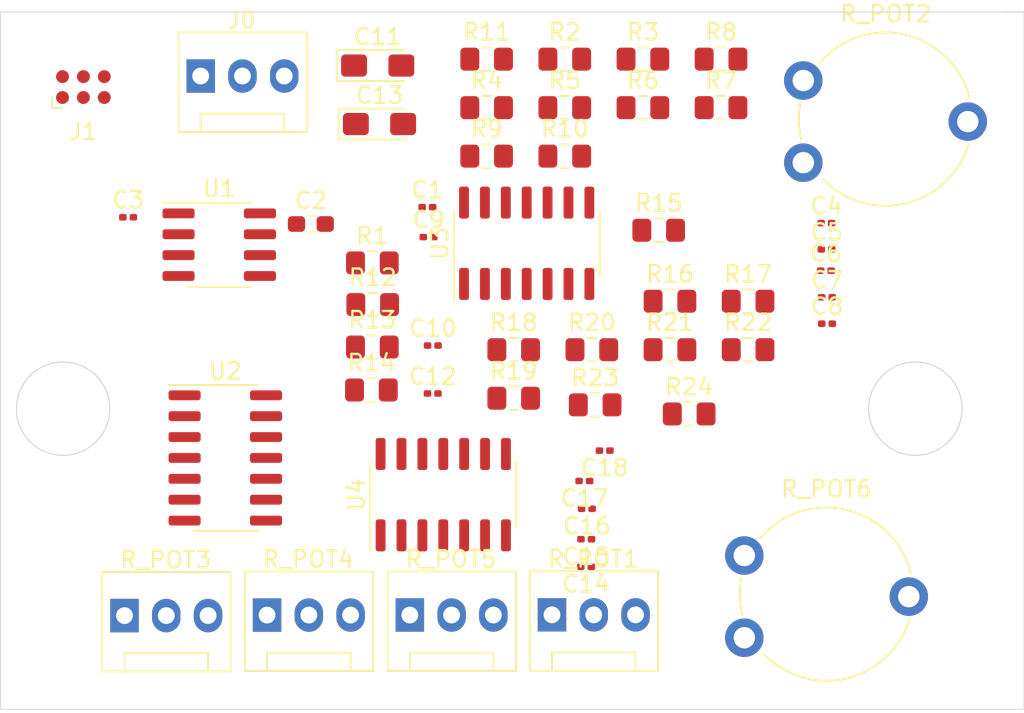
<source format=kicad_pcb>
(kicad_pcb (version 20171130) (host pcbnew "(5.1.5)-3")

  (general
    (thickness 1.6)
    (drawings 10)
    (tracks 0)
    (zones 0)
    (modules 54)
    (nets 47)
  )

  (page A4)
  (layers
    (0 F.Cu signal)
    (31 B.Cu signal)
    (32 B.Adhes user)
    (33 F.Adhes user)
    (34 B.Paste user)
    (35 F.Paste user)
    (36 B.SilkS user)
    (37 F.SilkS user)
    (38 B.Mask user)
    (39 F.Mask user)
    (40 Dwgs.User user)
    (41 Cmts.User user)
    (42 Eco1.User user)
    (43 Eco2.User user)
    (44 Edge.Cuts user)
    (45 Margin user)
    (46 B.CrtYd user)
    (47 F.CrtYd user)
    (48 B.Fab user)
    (49 F.Fab user)
  )

  (setup
    (last_trace_width 0.25)
    (trace_clearance 0.2)
    (zone_clearance 0.508)
    (zone_45_only no)
    (trace_min 0.2)
    (via_size 0.8)
    (via_drill 0.4)
    (via_min_size 0.4)
    (via_min_drill 0.3)
    (uvia_size 0.3)
    (uvia_drill 0.1)
    (uvias_allowed no)
    (uvia_min_size 0.2)
    (uvia_min_drill 0.1)
    (edge_width 0.05)
    (segment_width 0.2)
    (pcb_text_width 0.3)
    (pcb_text_size 1.5 1.5)
    (mod_edge_width 0.12)
    (mod_text_size 1 1)
    (mod_text_width 0.15)
    (pad_size 1.524 1.524)
    (pad_drill 0.762)
    (pad_to_mask_clearance 0.0508)
    (solder_mask_min_width 0.101)
    (aux_axis_origin 0 0)
    (visible_elements 7FFFFFFF)
    (pcbplotparams
      (layerselection 0x010fc_ffffffff)
      (usegerberextensions false)
      (usegerberattributes false)
      (usegerberadvancedattributes false)
      (creategerberjobfile false)
      (excludeedgelayer true)
      (linewidth 0.100000)
      (plotframeref false)
      (viasonmask false)
      (mode 1)
      (useauxorigin false)
      (hpglpennumber 1)
      (hpglpenspeed 20)
      (hpglpendiameter 15.000000)
      (psnegative false)
      (psa4output false)
      (plotreference true)
      (plotvalue true)
      (plotinvisibletext false)
      (padsonsilk false)
      (subtractmaskfromsilk false)
      (outputformat 1)
      (mirror false)
      (drillshape 1)
      (scaleselection 1)
      (outputdirectory ""))
  )

  (net 0 "")
  (net 1 /Sheet5E6A635E/output)
  (net 2 5VCC)
  (net 3 "Net-(C4-Pad1)")
  (net 4 "Net-(C5-Pad1)")
  (net 5 "Net-(C5-Pad2)")
  (net 6 "Net-(C6-Pad1)")
  (net 7 "Net-(C7-Pad1)")
  (net 8 "Net-(C7-Pad2)")
  (net 9 "Net-(C8-Pad1)")
  (net 10 /sheet5E721A7E/output)
  (net 11 /sheet5E721CAD/output)
  (net 12 /sheet5E721EDC/output)
  (net 13 "Net-(C14-Pad1)")
  (net 14 "Net-(C15-Pad1)")
  (net 15 "Net-(C15-Pad2)")
  (net 16 "Net-(C16-Pad1)")
  (net 17 "Net-(C17-Pad2)")
  (net 18 "Net-(C17-Pad1)")
  (net 19 "Net-(C18-Pad1)")
  (net 20 "Net-(J1-Pad1)")
  (net 21 "Net-(J1-Pad3)")
  (net 22 "Net-(J1-Pad4)")
  (net 23 "Net-(J1-Pad5)")
  (net 24 "Net-(R1-Pad1)")
  (net 25 /Sheet5E71F86A/input)
  (net 26 "Net-(R11-Pad1)")
  (net 27 "Net-(R8-Pad1)")
  (net 28 "Net-(R9-Pad2)")
  (net 29 "Net-(R10-Pad2)")
  (net 30 /Sheet5E71F86A/output)
  (net 31 "Net-(R12-Pad1)")
  (net 32 "Net-(R13-Pad1)")
  (net 33 "Net-(R14-Pad1)")
  (net 34 /sheet5E7293AD/input)
  (net 35 "Net-(R20-Pad1)")
  (net 36 "Net-(R21-Pad1)")
  (net 37 "Net-(R22-Pad2)")
  (net 38 "Net-(R23-Pad2)")
  (net 39 /sheet5E7293AD/output)
  (net 40 "Net-(U1-Pad4)")
  (net 41 "Net-(U1-Pad5)")
  (net 42 "Net-(U2-Pad2)")
  (net 43 "Net-(U2-Pad3)")
  (net 44 AGND)
  (net 45 POS)
  (net 46 NEG)

  (net_class Default "This is the default net class."
    (clearance 0.2)
    (trace_width 0.25)
    (via_dia 0.8)
    (via_drill 0.4)
    (uvia_dia 0.3)
    (uvia_drill 0.1)
    (add_net /Sheet5E6A635E/output)
    (add_net /Sheet5E71F86A/input)
    (add_net /Sheet5E71F86A/output)
    (add_net /sheet5E721A7E/output)
    (add_net /sheet5E721CAD/output)
    (add_net /sheet5E721EDC/output)
    (add_net /sheet5E7293AD/input)
    (add_net /sheet5E7293AD/output)
    (add_net 5VCC)
    (add_net AGND)
    (add_net NEG)
    (add_net "Net-(C14-Pad1)")
    (add_net "Net-(C15-Pad1)")
    (add_net "Net-(C15-Pad2)")
    (add_net "Net-(C16-Pad1)")
    (add_net "Net-(C17-Pad1)")
    (add_net "Net-(C17-Pad2)")
    (add_net "Net-(C18-Pad1)")
    (add_net "Net-(C4-Pad1)")
    (add_net "Net-(C5-Pad1)")
    (add_net "Net-(C5-Pad2)")
    (add_net "Net-(C6-Pad1)")
    (add_net "Net-(C7-Pad1)")
    (add_net "Net-(C7-Pad2)")
    (add_net "Net-(C8-Pad1)")
    (add_net "Net-(J1-Pad1)")
    (add_net "Net-(J1-Pad3)")
    (add_net "Net-(J1-Pad4)")
    (add_net "Net-(J1-Pad5)")
    (add_net "Net-(R1-Pad1)")
    (add_net "Net-(R10-Pad2)")
    (add_net "Net-(R11-Pad1)")
    (add_net "Net-(R12-Pad1)")
    (add_net "Net-(R13-Pad1)")
    (add_net "Net-(R14-Pad1)")
    (add_net "Net-(R20-Pad1)")
    (add_net "Net-(R21-Pad1)")
    (add_net "Net-(R22-Pad2)")
    (add_net "Net-(R23-Pad2)")
    (add_net "Net-(R8-Pad1)")
    (add_net "Net-(R9-Pad2)")
    (add_net "Net-(U1-Pad4)")
    (add_net "Net-(U1-Pad5)")
    (add_net "Net-(U2-Pad2)")
    (add_net "Net-(U2-Pad3)")
    (add_net POS)
  )

  (module Potentiometer_THT:Potentiometer_Piher_PT-10-V10_Vertical_Hole (layer F.Cu) (tedit 5A3D4994) (tstamp 5E6BFC0B)
    (at 163.336601 107.915801)
    (descr "Potentiometer, vertical, shaft hole, Piher PT-10-V10, http://www.piher-nacesa.com/pdf/12-PT10v03.pdf")
    (tags "Potentiometer vertical hole Piher PT-10-V10")
    (path /5E7293B1/5E6F353C)
    (fp_text reference R_POT6 (at 5 -9.05) (layer F.SilkS)
      (effects (font (size 1 1) (thickness 0.15)))
    )
    (fp_text value 10k (at 5 3.75) (layer F.Fab)
      (effects (font (size 1 1) (thickness 0.15)))
    )
    (fp_text user %R (at 1.05 -2.65 90) (layer F.Fab)
      (effects (font (size 1 1) (thickness 0.15)))
    )
    (fp_line (start 11.45 -8.05) (end -1.45 -8.05) (layer F.CrtYd) (width 0.05))
    (fp_line (start 11.45 2.75) (end 11.45 -8.05) (layer F.CrtYd) (width 0.05))
    (fp_line (start -1.45 2.75) (end 11.45 2.75) (layer F.CrtYd) (width 0.05))
    (fp_line (start -1.45 -8.05) (end -1.45 2.75) (layer F.CrtYd) (width 0.05))
    (fp_circle (center 5 -2.65) (end 10.15 -2.65) (layer F.Fab) (width 0.1))
    (fp_arc (start 5 -2.65) (end 1.209 1.011) (angle -47) (layer F.SilkS) (width 0.12))
    (fp_arc (start 5 -2.65) (end -0.174 -3.656) (angle -25) (layer F.SilkS) (width 0.12))
    (fp_arc (start 5 -2.65) (end 10.114 -3.924) (angle -126) (layer F.SilkS) (width 0.12))
    (fp_arc (start 5 -2.65) (end 5 2.62) (angle -73) (layer F.SilkS) (width 0.12))
    (pad "" np_thru_hole circle (at 5 -2.65) (size 4 4) (drill 4) (layers *.Cu *.Mask))
    (pad 1 thru_hole circle (at 0 0) (size 2.34 2.34) (drill 1.3) (layers *.Cu *.Mask)
      (net 36 "Net-(R21-Pad1)"))
    (pad 2 thru_hole circle (at 10 -2.5) (size 2.34 2.34) (drill 1.3) (layers *.Cu *.Mask)
      (net 37 "Net-(R22-Pad2)"))
    (pad 3 thru_hole circle (at 0 -5) (size 2.34 2.34) (drill 1.3) (layers *.Cu *.Mask)
      (net 38 "Net-(R23-Pad2)"))
    (model ${KISYS3DMOD}/Potentiometer_THT.3dshapes/Potentiometer_Piher_PT-10-V10_Vertical_Hole.wrl
      (at (xyz 0 0 0))
      (scale (xyz 1 1 1))
      (rotate (xyz 0 0 0))
    )
  )

  (module Connector:FanPinHeader_1x03_P2.54mm_Vertical (layer F.Cu) (tedit 5A19DCDF) (tstamp 5E6BFBEA)
    (at 143.001401 106.535401)
    (descr "3-pin CPU fan Through hole pin header, see http://www.formfactors.org/developer%5Cspecs%5Crev1_2_public.pdf")
    (tags "pin header 3-pin CPU fan")
    (path /5E721EE0/5E702646)
    (fp_text reference R_POT5 (at 2.5 -3.4) (layer F.SilkS)
      (effects (font (size 1 1) (thickness 0.15)))
    )
    (fp_text value 10k (at 2.55 4.5) (layer F.Fab)
      (effects (font (size 1 1) (thickness 0.15)))
    )
    (fp_line (start 6.85 -3.05) (end 6.85 3.8) (layer F.CrtYd) (width 0.05))
    (fp_line (start 6.85 -3.05) (end -1.75 -3.05) (layer F.CrtYd) (width 0.05))
    (fp_line (start -1.75 3.8) (end 6.85 3.8) (layer F.CrtYd) (width 0.05))
    (fp_line (start -1.75 3.8) (end -1.75 -3.05) (layer F.CrtYd) (width 0.05))
    (fp_line (start 5.08 2.29) (end 5.08 3.3) (layer F.SilkS) (width 0.12))
    (fp_line (start 0 2.29) (end 5.08 2.29) (layer F.SilkS) (width 0.12))
    (fp_line (start 0 3.3) (end 0 2.29) (layer F.SilkS) (width 0.12))
    (fp_line (start 6.35 3.3) (end -1.25 3.3) (layer F.Fab) (width 0.1))
    (fp_line (start 6.35 -2.55) (end 6.35 3.3) (layer F.Fab) (width 0.1))
    (fp_line (start -1.25 -2.55) (end 6.35 -2.55) (layer F.Fab) (width 0.1))
    (fp_line (start -1.25 3.3) (end -1.25 -2.55) (layer F.Fab) (width 0.1))
    (fp_line (start 0 2.3) (end 0 3.3) (layer F.Fab) (width 0.1))
    (fp_line (start 5.05 2.3) (end 0 2.3) (layer F.Fab) (width 0.1))
    (fp_line (start 5.05 3.3) (end 5.05 2.3) (layer F.Fab) (width 0.1))
    (fp_line (start 6.45 3.4) (end -1.35 3.4) (layer F.SilkS) (width 0.12))
    (fp_line (start 6.45 -2.65) (end 6.45 3.4) (layer F.SilkS) (width 0.12))
    (fp_line (start -1.35 -2.65) (end 6.45 -2.65) (layer F.SilkS) (width 0.12))
    (fp_line (start -1.35 3.4) (end -1.35 -2.65) (layer F.SilkS) (width 0.12))
    (fp_text user %R (at 2.45 1.8) (layer F.Fab)
      (effects (font (size 1 1) (thickness 0.15)))
    )
    (pad 3 thru_hole oval (at 5.08 0 90) (size 2.03 1.73) (drill 1.02) (layers *.Cu *.Mask)
      (net 44 AGND))
    (pad 2 thru_hole oval (at 2.54 0 90) (size 2.03 1.73) (drill 1.02) (layers *.Cu *.Mask)
      (net 33 "Net-(R14-Pad1)"))
    (pad 1 thru_hole rect (at 0 0 90) (size 2.03 1.73) (drill 1.02) (layers *.Cu *.Mask)
      (net 2 5VCC))
    (model ${KISYS3DMOD}/Connector.3dshapes/FanPinHeader_1x03_P2.54mm_Vertical.wrl
      (at (xyz 0 0 0))
      (scale (xyz 1 1 1))
      (rotate (xyz 0 0 0))
    )
  )

  (module Connector:FanPinHeader_1x03_P2.54mm_Vertical (layer F.Cu) (tedit 5A19DCDF) (tstamp 5E6BFBC9)
    (at 134.321001 106.538201)
    (descr "3-pin CPU fan Through hole pin header, see http://www.formfactors.org/developer%5Cspecs%5Crev1_2_public.pdf")
    (tags "pin header 3-pin CPU fan")
    (path /5E721CB1/5E702646)
    (fp_text reference R_POT4 (at 2.5 -3.4) (layer F.SilkS)
      (effects (font (size 1 1) (thickness 0.15)))
    )
    (fp_text value 10k (at 2.55 4.5) (layer F.Fab)
      (effects (font (size 1 1) (thickness 0.15)))
    )
    (fp_line (start 6.85 -3.05) (end 6.85 3.8) (layer F.CrtYd) (width 0.05))
    (fp_line (start 6.85 -3.05) (end -1.75 -3.05) (layer F.CrtYd) (width 0.05))
    (fp_line (start -1.75 3.8) (end 6.85 3.8) (layer F.CrtYd) (width 0.05))
    (fp_line (start -1.75 3.8) (end -1.75 -3.05) (layer F.CrtYd) (width 0.05))
    (fp_line (start 5.08 2.29) (end 5.08 3.3) (layer F.SilkS) (width 0.12))
    (fp_line (start 0 2.29) (end 5.08 2.29) (layer F.SilkS) (width 0.12))
    (fp_line (start 0 3.3) (end 0 2.29) (layer F.SilkS) (width 0.12))
    (fp_line (start 6.35 3.3) (end -1.25 3.3) (layer F.Fab) (width 0.1))
    (fp_line (start 6.35 -2.55) (end 6.35 3.3) (layer F.Fab) (width 0.1))
    (fp_line (start -1.25 -2.55) (end 6.35 -2.55) (layer F.Fab) (width 0.1))
    (fp_line (start -1.25 3.3) (end -1.25 -2.55) (layer F.Fab) (width 0.1))
    (fp_line (start 0 2.3) (end 0 3.3) (layer F.Fab) (width 0.1))
    (fp_line (start 5.05 2.3) (end 0 2.3) (layer F.Fab) (width 0.1))
    (fp_line (start 5.05 3.3) (end 5.05 2.3) (layer F.Fab) (width 0.1))
    (fp_line (start 6.45 3.4) (end -1.35 3.4) (layer F.SilkS) (width 0.12))
    (fp_line (start 6.45 -2.65) (end 6.45 3.4) (layer F.SilkS) (width 0.12))
    (fp_line (start -1.35 -2.65) (end 6.45 -2.65) (layer F.SilkS) (width 0.12))
    (fp_line (start -1.35 3.4) (end -1.35 -2.65) (layer F.SilkS) (width 0.12))
    (fp_text user %R (at 2.45 1.8) (layer F.Fab)
      (effects (font (size 1 1) (thickness 0.15)))
    )
    (pad 3 thru_hole oval (at 5.08 0 90) (size 2.03 1.73) (drill 1.02) (layers *.Cu *.Mask)
      (net 44 AGND))
    (pad 2 thru_hole oval (at 2.54 0 90) (size 2.03 1.73) (drill 1.02) (layers *.Cu *.Mask)
      (net 32 "Net-(R13-Pad1)"))
    (pad 1 thru_hole rect (at 0 0 90) (size 2.03 1.73) (drill 1.02) (layers *.Cu *.Mask)
      (net 2 5VCC))
    (model ${KISYS3DMOD}/Connector.3dshapes/FanPinHeader_1x03_P2.54mm_Vertical.wrl
      (at (xyz 0 0 0))
      (scale (xyz 1 1 1))
      (rotate (xyz 0 0 0))
    )
  )

  (module Connector:FanPinHeader_1x03_P2.54mm_Vertical (layer F.Cu) (tedit 5A19DCDF) (tstamp 5E6BFBA8)
    (at 125.654601 106.569601)
    (descr "3-pin CPU fan Through hole pin header, see http://www.formfactors.org/developer%5Cspecs%5Crev1_2_public.pdf")
    (tags "pin header 3-pin CPU fan")
    (path /5E721A82/5E702646)
    (fp_text reference R_POT3 (at 2.5 -3.4) (layer F.SilkS)
      (effects (font (size 1 1) (thickness 0.15)))
    )
    (fp_text value 10k (at 2.55 4.5) (layer F.Fab)
      (effects (font (size 1 1) (thickness 0.15)))
    )
    (fp_line (start 6.85 -3.05) (end 6.85 3.8) (layer F.CrtYd) (width 0.05))
    (fp_line (start 6.85 -3.05) (end -1.75 -3.05) (layer F.CrtYd) (width 0.05))
    (fp_line (start -1.75 3.8) (end 6.85 3.8) (layer F.CrtYd) (width 0.05))
    (fp_line (start -1.75 3.8) (end -1.75 -3.05) (layer F.CrtYd) (width 0.05))
    (fp_line (start 5.08 2.29) (end 5.08 3.3) (layer F.SilkS) (width 0.12))
    (fp_line (start 0 2.29) (end 5.08 2.29) (layer F.SilkS) (width 0.12))
    (fp_line (start 0 3.3) (end 0 2.29) (layer F.SilkS) (width 0.12))
    (fp_line (start 6.35 3.3) (end -1.25 3.3) (layer F.Fab) (width 0.1))
    (fp_line (start 6.35 -2.55) (end 6.35 3.3) (layer F.Fab) (width 0.1))
    (fp_line (start -1.25 -2.55) (end 6.35 -2.55) (layer F.Fab) (width 0.1))
    (fp_line (start -1.25 3.3) (end -1.25 -2.55) (layer F.Fab) (width 0.1))
    (fp_line (start 0 2.3) (end 0 3.3) (layer F.Fab) (width 0.1))
    (fp_line (start 5.05 2.3) (end 0 2.3) (layer F.Fab) (width 0.1))
    (fp_line (start 5.05 3.3) (end 5.05 2.3) (layer F.Fab) (width 0.1))
    (fp_line (start 6.45 3.4) (end -1.35 3.4) (layer F.SilkS) (width 0.12))
    (fp_line (start 6.45 -2.65) (end 6.45 3.4) (layer F.SilkS) (width 0.12))
    (fp_line (start -1.35 -2.65) (end 6.45 -2.65) (layer F.SilkS) (width 0.12))
    (fp_line (start -1.35 3.4) (end -1.35 -2.65) (layer F.SilkS) (width 0.12))
    (fp_text user %R (at 2.45 1.8) (layer F.Fab)
      (effects (font (size 1 1) (thickness 0.15)))
    )
    (pad 3 thru_hole oval (at 5.08 0 90) (size 2.03 1.73) (drill 1.02) (layers *.Cu *.Mask)
      (net 44 AGND))
    (pad 2 thru_hole oval (at 2.54 0 90) (size 2.03 1.73) (drill 1.02) (layers *.Cu *.Mask)
      (net 31 "Net-(R12-Pad1)"))
    (pad 1 thru_hole rect (at 0 0 90) (size 2.03 1.73) (drill 1.02) (layers *.Cu *.Mask)
      (net 2 5VCC))
    (model ${KISYS3DMOD}/Connector.3dshapes/FanPinHeader_1x03_P2.54mm_Vertical.wrl
      (at (xyz 0 0 0))
      (scale (xyz 1 1 1))
      (rotate (xyz 0 0 0))
    )
  )

  (module Potentiometer_THT:Potentiometer_Piher_PT-10-V10_Vertical_Hole (layer F.Cu) (tedit 5A3D4994) (tstamp 5E6BFB87)
    (at 166.923001 79.015401)
    (descr "Potentiometer, vertical, shaft hole, Piher PT-10-V10, http://www.piher-nacesa.com/pdf/12-PT10v03.pdf")
    (tags "Potentiometer vertical hole Piher PT-10-V10")
    (path /5E71F86B/5E6F353C)
    (fp_text reference R_POT2 (at 5 -9.05) (layer F.SilkS)
      (effects (font (size 1 1) (thickness 0.15)))
    )
    (fp_text value 10k (at 5 3.75) (layer F.Fab)
      (effects (font (size 1 1) (thickness 0.15)))
    )
    (fp_text user %R (at 1.05 -2.65 90) (layer F.Fab)
      (effects (font (size 1 1) (thickness 0.15)))
    )
    (fp_line (start 11.45 -8.05) (end -1.45 -8.05) (layer F.CrtYd) (width 0.05))
    (fp_line (start 11.45 2.75) (end 11.45 -8.05) (layer F.CrtYd) (width 0.05))
    (fp_line (start -1.45 2.75) (end 11.45 2.75) (layer F.CrtYd) (width 0.05))
    (fp_line (start -1.45 -8.05) (end -1.45 2.75) (layer F.CrtYd) (width 0.05))
    (fp_circle (center 5 -2.65) (end 10.15 -2.65) (layer F.Fab) (width 0.1))
    (fp_arc (start 5 -2.65) (end 1.209 1.011) (angle -47) (layer F.SilkS) (width 0.12))
    (fp_arc (start 5 -2.65) (end -0.174 -3.656) (angle -25) (layer F.SilkS) (width 0.12))
    (fp_arc (start 5 -2.65) (end 10.114 -3.924) (angle -126) (layer F.SilkS) (width 0.12))
    (fp_arc (start 5 -2.65) (end 5 2.62) (angle -73) (layer F.SilkS) (width 0.12))
    (pad "" np_thru_hole circle (at 5 -2.65) (size 4 4) (drill 4) (layers *.Cu *.Mask))
    (pad 1 thru_hole circle (at 0 0) (size 2.34 2.34) (drill 1.3) (layers *.Cu *.Mask)
      (net 27 "Net-(R8-Pad1)"))
    (pad 2 thru_hole circle (at 10 -2.5) (size 2.34 2.34) (drill 1.3) (layers *.Cu *.Mask)
      (net 28 "Net-(R9-Pad2)"))
    (pad 3 thru_hole circle (at 0 -5) (size 2.34 2.34) (drill 1.3) (layers *.Cu *.Mask)
      (net 29 "Net-(R10-Pad2)"))
    (model ${KISYS3DMOD}/Potentiometer_THT.3dshapes/Potentiometer_Piher_PT-10-V10_Vertical_Hole.wrl
      (at (xyz 0 0 0))
      (scale (xyz 1 1 1))
      (rotate (xyz 0 0 0))
    )
  )

  (module Connector:FanPinHeader_1x03_P2.54mm_Vertical (layer F.Cu) (tedit 5A19DCDF) (tstamp 5E6BFB66)
    (at 151.643801 106.523601)
    (descr "3-pin CPU fan Through hole pin header, see http://www.formfactors.org/developer%5Cspecs%5Crev1_2_public.pdf")
    (tags "pin header 3-pin CPU fan")
    (path /5E6A635F/5E702646)
    (fp_text reference R_POT1 (at 2.5 -3.4) (layer F.SilkS)
      (effects (font (size 1 1) (thickness 0.15)))
    )
    (fp_text value 10k (at 2.55 4.5) (layer F.Fab)
      (effects (font (size 1 1) (thickness 0.15)))
    )
    (fp_line (start 6.85 -3.05) (end 6.85 3.8) (layer F.CrtYd) (width 0.05))
    (fp_line (start 6.85 -3.05) (end -1.75 -3.05) (layer F.CrtYd) (width 0.05))
    (fp_line (start -1.75 3.8) (end 6.85 3.8) (layer F.CrtYd) (width 0.05))
    (fp_line (start -1.75 3.8) (end -1.75 -3.05) (layer F.CrtYd) (width 0.05))
    (fp_line (start 5.08 2.29) (end 5.08 3.3) (layer F.SilkS) (width 0.12))
    (fp_line (start 0 2.29) (end 5.08 2.29) (layer F.SilkS) (width 0.12))
    (fp_line (start 0 3.3) (end 0 2.29) (layer F.SilkS) (width 0.12))
    (fp_line (start 6.35 3.3) (end -1.25 3.3) (layer F.Fab) (width 0.1))
    (fp_line (start 6.35 -2.55) (end 6.35 3.3) (layer F.Fab) (width 0.1))
    (fp_line (start -1.25 -2.55) (end 6.35 -2.55) (layer F.Fab) (width 0.1))
    (fp_line (start -1.25 3.3) (end -1.25 -2.55) (layer F.Fab) (width 0.1))
    (fp_line (start 0 2.3) (end 0 3.3) (layer F.Fab) (width 0.1))
    (fp_line (start 5.05 2.3) (end 0 2.3) (layer F.Fab) (width 0.1))
    (fp_line (start 5.05 3.3) (end 5.05 2.3) (layer F.Fab) (width 0.1))
    (fp_line (start 6.45 3.4) (end -1.35 3.4) (layer F.SilkS) (width 0.12))
    (fp_line (start 6.45 -2.65) (end 6.45 3.4) (layer F.SilkS) (width 0.12))
    (fp_line (start -1.35 -2.65) (end 6.45 -2.65) (layer F.SilkS) (width 0.12))
    (fp_line (start -1.35 3.4) (end -1.35 -2.65) (layer F.SilkS) (width 0.12))
    (fp_text user %R (at 2.45 1.8) (layer F.Fab)
      (effects (font (size 1 1) (thickness 0.15)))
    )
    (pad 3 thru_hole oval (at 5.08 0 90) (size 2.03 1.73) (drill 1.02) (layers *.Cu *.Mask)
      (net 44 AGND))
    (pad 2 thru_hole oval (at 2.54 0 90) (size 2.03 1.73) (drill 1.02) (layers *.Cu *.Mask)
      (net 24 "Net-(R1-Pad1)"))
    (pad 1 thru_hole rect (at 0 0 90) (size 2.03 1.73) (drill 1.02) (layers *.Cu *.Mask)
      (net 2 5VCC))
    (model ${KISYS3DMOD}/Connector.3dshapes/FanPinHeader_1x03_P2.54mm_Vertical.wrl
      (at (xyz 0 0 0))
      (scale (xyz 1 1 1))
      (rotate (xyz 0 0 0))
    )
  )

  (module Capacitor_SMD:C_0201_0603Metric (layer F.Cu) (tedit 5B301BBE) (tstamp 5E6BF86A)
    (at 144.069001 81.717001)
    (descr "Capacitor SMD 0201 (0603 Metric), square (rectangular) end terminal, IPC_7351 nominal, (Body size source: https://www.vishay.com/docs/20052/crcw0201e3.pdf), generated with kicad-footprint-generator")
    (tags capacitor)
    (path /5E6A635F/5E702659)
    (attr smd)
    (fp_text reference C1 (at 0 -1.05) (layer F.SilkS)
      (effects (font (size 1 1) (thickness 0.15)))
    )
    (fp_text value .1uF (at 0 1.05) (layer F.Fab)
      (effects (font (size 1 1) (thickness 0.15)))
    )
    (fp_text user %R (at 0 -0.68) (layer F.Fab)
      (effects (font (size 0.25 0.25) (thickness 0.04)))
    )
    (fp_line (start 0.7 0.35) (end -0.7 0.35) (layer F.CrtYd) (width 0.05))
    (fp_line (start 0.7 -0.35) (end 0.7 0.35) (layer F.CrtYd) (width 0.05))
    (fp_line (start -0.7 -0.35) (end 0.7 -0.35) (layer F.CrtYd) (width 0.05))
    (fp_line (start -0.7 0.35) (end -0.7 -0.35) (layer F.CrtYd) (width 0.05))
    (fp_line (start 0.3 0.15) (end -0.3 0.15) (layer F.Fab) (width 0.1))
    (fp_line (start 0.3 -0.15) (end 0.3 0.15) (layer F.Fab) (width 0.1))
    (fp_line (start -0.3 -0.15) (end 0.3 -0.15) (layer F.Fab) (width 0.1))
    (fp_line (start -0.3 0.15) (end -0.3 -0.15) (layer F.Fab) (width 0.1))
    (pad 2 smd roundrect (at 0.32 0) (size 0.46 0.4) (layers F.Cu F.Mask) (roundrect_rratio 0.25)
      (net 44 AGND))
    (pad 1 smd roundrect (at -0.32 0) (size 0.46 0.4) (layers F.Cu F.Mask) (roundrect_rratio 0.25)
      (net 1 /Sheet5E6A635E/output))
    (pad "" smd roundrect (at 0.345 0) (size 0.318 0.36) (layers F.Paste) (roundrect_rratio 0.25))
    (pad "" smd roundrect (at -0.345 0) (size 0.318 0.36) (layers F.Paste) (roundrect_rratio 0.25))
    (model ${KISYS3DMOD}/Capacitor_SMD.3dshapes/C_0201_0603Metric.wrl
      (at (xyz 0 0 0))
      (scale (xyz 1 1 1))
      (rotate (xyz 0 0 0))
    )
  )

  (module Capacitor_SMD:C_0603_1608Metric_Pad1.05x0.95mm_HandSolder (layer F.Cu) (tedit 5B301BBE) (tstamp 5E6BF87B)
    (at 136.985001 82.745001)
    (descr "Capacitor SMD 0603 (1608 Metric), square (rectangular) end terminal, IPC_7351 nominal with elongated pad for handsoldering. (Body size source: http://www.tortai-tech.com/upload/download/2011102023233369053.pdf), generated with kicad-footprint-generator")
    (tags "capacitor handsolder")
    (path /5E2DA0EF)
    (attr smd)
    (fp_text reference C2 (at 0 -1.43) (layer F.SilkS)
      (effects (font (size 1 1) (thickness 0.15)))
    )
    (fp_text value .33uF (at 0 1.43) (layer F.Fab)
      (effects (font (size 1 1) (thickness 0.15)))
    )
    (fp_line (start -0.8 0.4) (end -0.8 -0.4) (layer F.Fab) (width 0.1))
    (fp_line (start -0.8 -0.4) (end 0.8 -0.4) (layer F.Fab) (width 0.1))
    (fp_line (start 0.8 -0.4) (end 0.8 0.4) (layer F.Fab) (width 0.1))
    (fp_line (start 0.8 0.4) (end -0.8 0.4) (layer F.Fab) (width 0.1))
    (fp_line (start -0.171267 -0.51) (end 0.171267 -0.51) (layer F.SilkS) (width 0.12))
    (fp_line (start -0.171267 0.51) (end 0.171267 0.51) (layer F.SilkS) (width 0.12))
    (fp_line (start -1.65 0.73) (end -1.65 -0.73) (layer F.CrtYd) (width 0.05))
    (fp_line (start -1.65 -0.73) (end 1.65 -0.73) (layer F.CrtYd) (width 0.05))
    (fp_line (start 1.65 -0.73) (end 1.65 0.73) (layer F.CrtYd) (width 0.05))
    (fp_line (start 1.65 0.73) (end -1.65 0.73) (layer F.CrtYd) (width 0.05))
    (fp_text user %R (at 0 0) (layer F.Fab)
      (effects (font (size 0.4 0.4) (thickness 0.06)))
    )
    (pad 1 smd roundrect (at -0.875 0) (size 1.05 0.95) (layers F.Cu F.Paste F.Mask) (roundrect_rratio 0.25)
      (net 45 POS))
    (pad 2 smd roundrect (at 0.875 0) (size 1.05 0.95) (layers F.Cu F.Paste F.Mask) (roundrect_rratio 0.25)
      (net 44 AGND))
    (model ${KISYS3DMOD}/Capacitor_SMD.3dshapes/C_0603_1608Metric.wrl
      (at (xyz 0 0 0))
      (scale (xyz 1 1 1))
      (rotate (xyz 0 0 0))
    )
  )

  (module Capacitor_SMD:C_0201_0603Metric (layer F.Cu) (tedit 5B301BBE) (tstamp 5E6BF88C)
    (at 125.875001 82.335001)
    (descr "Capacitor SMD 0201 (0603 Metric), square (rectangular) end terminal, IPC_7351 nominal, (Body size source: https://www.vishay.com/docs/20052/crcw0201e3.pdf), generated with kicad-footprint-generator")
    (tags capacitor)
    (path /5E2BE124)
    (attr smd)
    (fp_text reference C3 (at 0 -1.05) (layer F.SilkS)
      (effects (font (size 1 1) (thickness 0.15)))
    )
    (fp_text value .01uF (at 0 1.05) (layer F.Fab)
      (effects (font (size 1 1) (thickness 0.15)))
    )
    (fp_line (start -0.3 0.15) (end -0.3 -0.15) (layer F.Fab) (width 0.1))
    (fp_line (start -0.3 -0.15) (end 0.3 -0.15) (layer F.Fab) (width 0.1))
    (fp_line (start 0.3 -0.15) (end 0.3 0.15) (layer F.Fab) (width 0.1))
    (fp_line (start 0.3 0.15) (end -0.3 0.15) (layer F.Fab) (width 0.1))
    (fp_line (start -0.7 0.35) (end -0.7 -0.35) (layer F.CrtYd) (width 0.05))
    (fp_line (start -0.7 -0.35) (end 0.7 -0.35) (layer F.CrtYd) (width 0.05))
    (fp_line (start 0.7 -0.35) (end 0.7 0.35) (layer F.CrtYd) (width 0.05))
    (fp_line (start 0.7 0.35) (end -0.7 0.35) (layer F.CrtYd) (width 0.05))
    (fp_text user %R (at 0 -0.68) (layer F.Fab)
      (effects (font (size 0.25 0.25) (thickness 0.04)))
    )
    (pad "" smd roundrect (at -0.345 0) (size 0.318 0.36) (layers F.Paste) (roundrect_rratio 0.25))
    (pad "" smd roundrect (at 0.345 0) (size 0.318 0.36) (layers F.Paste) (roundrect_rratio 0.25))
    (pad 1 smd roundrect (at -0.32 0) (size 0.46 0.4) (layers F.Cu F.Mask) (roundrect_rratio 0.25)
      (net 44 AGND))
    (pad 2 smd roundrect (at 0.32 0) (size 0.46 0.4) (layers F.Cu F.Mask) (roundrect_rratio 0.25)
      (net 2 5VCC))
    (model ${KISYS3DMOD}/Capacitor_SMD.3dshapes/C_0201_0603Metric.wrl
      (at (xyz 0 0 0))
      (scale (xyz 1 1 1))
      (rotate (xyz 0 0 0))
    )
  )

  (module Capacitor_SMD:C_0201_0603Metric (layer F.Cu) (tedit 5B301BBE) (tstamp 5E6BF89D)
    (at 168.326201 82.689401)
    (descr "Capacitor SMD 0201 (0603 Metric), square (rectangular) end terminal, IPC_7351 nominal, (Body size source: https://www.vishay.com/docs/20052/crcw0201e3.pdf), generated with kicad-footprint-generator")
    (tags capacitor)
    (path /5E71F86B/5E6F3589)
    (attr smd)
    (fp_text reference C4 (at 0 -1.05) (layer F.SilkS)
      (effects (font (size 1 1) (thickness 0.15)))
    )
    (fp_text value .1uF (at 0 1.05) (layer F.Fab)
      (effects (font (size 1 1) (thickness 0.15)))
    )
    (fp_line (start -0.3 0.15) (end -0.3 -0.15) (layer F.Fab) (width 0.1))
    (fp_line (start -0.3 -0.15) (end 0.3 -0.15) (layer F.Fab) (width 0.1))
    (fp_line (start 0.3 -0.15) (end 0.3 0.15) (layer F.Fab) (width 0.1))
    (fp_line (start 0.3 0.15) (end -0.3 0.15) (layer F.Fab) (width 0.1))
    (fp_line (start -0.7 0.35) (end -0.7 -0.35) (layer F.CrtYd) (width 0.05))
    (fp_line (start -0.7 -0.35) (end 0.7 -0.35) (layer F.CrtYd) (width 0.05))
    (fp_line (start 0.7 -0.35) (end 0.7 0.35) (layer F.CrtYd) (width 0.05))
    (fp_line (start 0.7 0.35) (end -0.7 0.35) (layer F.CrtYd) (width 0.05))
    (fp_text user %R (at 0 -0.68) (layer F.Fab)
      (effects (font (size 0.25 0.25) (thickness 0.04)))
    )
    (pad "" smd roundrect (at -0.345 0) (size 0.318 0.36) (layers F.Paste) (roundrect_rratio 0.25))
    (pad "" smd roundrect (at 0.345 0) (size 0.318 0.36) (layers F.Paste) (roundrect_rratio 0.25))
    (pad 1 smd roundrect (at -0.32 0) (size 0.46 0.4) (layers F.Cu F.Mask) (roundrect_rratio 0.25)
      (net 3 "Net-(C4-Pad1)"))
    (pad 2 smd roundrect (at 0.32 0) (size 0.46 0.4) (layers F.Cu F.Mask) (roundrect_rratio 0.25)
      (net 44 AGND))
    (model ${KISYS3DMOD}/Capacitor_SMD.3dshapes/C_0201_0603Metric.wrl
      (at (xyz 0 0 0))
      (scale (xyz 1 1 1))
      (rotate (xyz 0 0 0))
    )
  )

  (module Capacitor_SMD:C_0201_0603Metric (layer F.Cu) (tedit 5B301BBE) (tstamp 5E6BF8AE)
    (at 168.337801 84.289601)
    (descr "Capacitor SMD 0201 (0603 Metric), square (rectangular) end terminal, IPC_7351 nominal, (Body size source: https://www.vishay.com/docs/20052/crcw0201e3.pdf), generated with kicad-footprint-generator")
    (tags capacitor)
    (path /5E71F86B/5E6F34CA)
    (attr smd)
    (fp_text reference C5 (at 0 -1.05) (layer F.SilkS)
      (effects (font (size 1 1) (thickness 0.15)))
    )
    (fp_text value 5.6nF (at 0 1.05) (layer F.Fab)
      (effects (font (size 1 1) (thickness 0.15)))
    )
    (fp_line (start -0.3 0.15) (end -0.3 -0.15) (layer F.Fab) (width 0.1))
    (fp_line (start -0.3 -0.15) (end 0.3 -0.15) (layer F.Fab) (width 0.1))
    (fp_line (start 0.3 -0.15) (end 0.3 0.15) (layer F.Fab) (width 0.1))
    (fp_line (start 0.3 0.15) (end -0.3 0.15) (layer F.Fab) (width 0.1))
    (fp_line (start -0.7 0.35) (end -0.7 -0.35) (layer F.CrtYd) (width 0.05))
    (fp_line (start -0.7 -0.35) (end 0.7 -0.35) (layer F.CrtYd) (width 0.05))
    (fp_line (start 0.7 -0.35) (end 0.7 0.35) (layer F.CrtYd) (width 0.05))
    (fp_line (start 0.7 0.35) (end -0.7 0.35) (layer F.CrtYd) (width 0.05))
    (fp_text user %R (at 0 -0.68) (layer F.Fab)
      (effects (font (size 0.25 0.25) (thickness 0.04)))
    )
    (pad "" smd roundrect (at -0.345 0) (size 0.318 0.36) (layers F.Paste) (roundrect_rratio 0.25))
    (pad "" smd roundrect (at 0.345 0) (size 0.318 0.36) (layers F.Paste) (roundrect_rratio 0.25))
    (pad 1 smd roundrect (at -0.32 0) (size 0.46 0.4) (layers F.Cu F.Mask) (roundrect_rratio 0.25)
      (net 4 "Net-(C5-Pad1)"))
    (pad 2 smd roundrect (at 0.32 0) (size 0.46 0.4) (layers F.Cu F.Mask) (roundrect_rratio 0.25)
      (net 5 "Net-(C5-Pad2)"))
    (model ${KISYS3DMOD}/Capacitor_SMD.3dshapes/C_0201_0603Metric.wrl
      (at (xyz 0 0 0))
      (scale (xyz 1 1 1))
      (rotate (xyz 0 0 0))
    )
  )

  (module Capacitor_SMD:C_0201_0603Metric (layer F.Cu) (tedit 5B301BBE) (tstamp 5E6BF8BF)
    (at 168.298601 85.585001)
    (descr "Capacitor SMD 0201 (0603 Metric), square (rectangular) end terminal, IPC_7351 nominal, (Body size source: https://www.vishay.com/docs/20052/crcw0201e3.pdf), generated with kicad-footprint-generator")
    (tags capacitor)
    (path /5E71F86B/5E6F34D6)
    (attr smd)
    (fp_text reference C6 (at 0 -1.05) (layer F.SilkS)
      (effects (font (size 1 1) (thickness 0.15)))
    )
    (fp_text value 6.8nF (at 0 1.05) (layer F.Fab)
      (effects (font (size 1 1) (thickness 0.15)))
    )
    (fp_text user %R (at 0 -0.68) (layer F.Fab)
      (effects (font (size 0.25 0.25) (thickness 0.04)))
    )
    (fp_line (start 0.7 0.35) (end -0.7 0.35) (layer F.CrtYd) (width 0.05))
    (fp_line (start 0.7 -0.35) (end 0.7 0.35) (layer F.CrtYd) (width 0.05))
    (fp_line (start -0.7 -0.35) (end 0.7 -0.35) (layer F.CrtYd) (width 0.05))
    (fp_line (start -0.7 0.35) (end -0.7 -0.35) (layer F.CrtYd) (width 0.05))
    (fp_line (start 0.3 0.15) (end -0.3 0.15) (layer F.Fab) (width 0.1))
    (fp_line (start 0.3 -0.15) (end 0.3 0.15) (layer F.Fab) (width 0.1))
    (fp_line (start -0.3 -0.15) (end 0.3 -0.15) (layer F.Fab) (width 0.1))
    (fp_line (start -0.3 0.15) (end -0.3 -0.15) (layer F.Fab) (width 0.1))
    (pad 2 smd roundrect (at 0.32 0) (size 0.46 0.4) (layers F.Cu F.Mask) (roundrect_rratio 0.25)
      (net 44 AGND))
    (pad 1 smd roundrect (at -0.32 0) (size 0.46 0.4) (layers F.Cu F.Mask) (roundrect_rratio 0.25)
      (net 6 "Net-(C6-Pad1)"))
    (pad "" smd roundrect (at 0.345 0) (size 0.318 0.36) (layers F.Paste) (roundrect_rratio 0.25))
    (pad "" smd roundrect (at -0.345 0) (size 0.318 0.36) (layers F.Paste) (roundrect_rratio 0.25))
    (model ${KISYS3DMOD}/Capacitor_SMD.3dshapes/C_0201_0603Metric.wrl
      (at (xyz 0 0 0))
      (scale (xyz 1 1 1))
      (rotate (xyz 0 0 0))
    )
  )

  (module Capacitor_SMD:C_0201_0603Metric (layer F.Cu) (tedit 5B301BBE) (tstamp 5E6BF8D0)
    (at 168.361001 87.203401)
    (descr "Capacitor SMD 0201 (0603 Metric), square (rectangular) end terminal, IPC_7351 nominal, (Body size source: https://www.vishay.com/docs/20052/crcw0201e3.pdf), generated with kicad-footprint-generator")
    (tags capacitor)
    (path /5E71F86B/5E6F34FF)
    (attr smd)
    (fp_text reference C7 (at 0 -1.05) (layer F.SilkS)
      (effects (font (size 1 1) (thickness 0.15)))
    )
    (fp_text value 5.6nF (at 0 1.05) (layer F.Fab)
      (effects (font (size 1 1) (thickness 0.15)))
    )
    (fp_line (start -0.3 0.15) (end -0.3 -0.15) (layer F.Fab) (width 0.1))
    (fp_line (start -0.3 -0.15) (end 0.3 -0.15) (layer F.Fab) (width 0.1))
    (fp_line (start 0.3 -0.15) (end 0.3 0.15) (layer F.Fab) (width 0.1))
    (fp_line (start 0.3 0.15) (end -0.3 0.15) (layer F.Fab) (width 0.1))
    (fp_line (start -0.7 0.35) (end -0.7 -0.35) (layer F.CrtYd) (width 0.05))
    (fp_line (start -0.7 -0.35) (end 0.7 -0.35) (layer F.CrtYd) (width 0.05))
    (fp_line (start 0.7 -0.35) (end 0.7 0.35) (layer F.CrtYd) (width 0.05))
    (fp_line (start 0.7 0.35) (end -0.7 0.35) (layer F.CrtYd) (width 0.05))
    (fp_text user %R (at 0 -0.68) (layer F.Fab)
      (effects (font (size 0.25 0.25) (thickness 0.04)))
    )
    (pad "" smd roundrect (at -0.345 0) (size 0.318 0.36) (layers F.Paste) (roundrect_rratio 0.25))
    (pad "" smd roundrect (at 0.345 0) (size 0.318 0.36) (layers F.Paste) (roundrect_rratio 0.25))
    (pad 1 smd roundrect (at -0.32 0) (size 0.46 0.4) (layers F.Cu F.Mask) (roundrect_rratio 0.25)
      (net 7 "Net-(C7-Pad1)"))
    (pad 2 smd roundrect (at 0.32 0) (size 0.46 0.4) (layers F.Cu F.Mask) (roundrect_rratio 0.25)
      (net 8 "Net-(C7-Pad2)"))
    (model ${KISYS3DMOD}/Capacitor_SMD.3dshapes/C_0201_0603Metric.wrl
      (at (xyz 0 0 0))
      (scale (xyz 1 1 1))
      (rotate (xyz 0 0 0))
    )
  )

  (module Capacitor_SMD:C_0201_0603Metric (layer F.Cu) (tedit 5B301BBE) (tstamp 5E6BF8E1)
    (at 168.365401 88.810801)
    (descr "Capacitor SMD 0201 (0603 Metric), square (rectangular) end terminal, IPC_7351 nominal, (Body size source: https://www.vishay.com/docs/20052/crcw0201e3.pdf), generated with kicad-footprint-generator")
    (tags capacitor)
    (path /5E71F86B/5E6F350B)
    (attr smd)
    (fp_text reference C8 (at 0 -1.05) (layer F.SilkS)
      (effects (font (size 1 1) (thickness 0.15)))
    )
    (fp_text value 6.8nF (at 0 1.05) (layer F.Fab)
      (effects (font (size 1 1) (thickness 0.15)))
    )
    (fp_text user %R (at 0 -0.68) (layer F.Fab)
      (effects (font (size 0.25 0.25) (thickness 0.04)))
    )
    (fp_line (start 0.7 0.35) (end -0.7 0.35) (layer F.CrtYd) (width 0.05))
    (fp_line (start 0.7 -0.35) (end 0.7 0.35) (layer F.CrtYd) (width 0.05))
    (fp_line (start -0.7 -0.35) (end 0.7 -0.35) (layer F.CrtYd) (width 0.05))
    (fp_line (start -0.7 0.35) (end -0.7 -0.35) (layer F.CrtYd) (width 0.05))
    (fp_line (start 0.3 0.15) (end -0.3 0.15) (layer F.Fab) (width 0.1))
    (fp_line (start 0.3 -0.15) (end 0.3 0.15) (layer F.Fab) (width 0.1))
    (fp_line (start -0.3 -0.15) (end 0.3 -0.15) (layer F.Fab) (width 0.1))
    (fp_line (start -0.3 0.15) (end -0.3 -0.15) (layer F.Fab) (width 0.1))
    (pad 2 smd roundrect (at 0.32 0) (size 0.46 0.4) (layers F.Cu F.Mask) (roundrect_rratio 0.25)
      (net 44 AGND))
    (pad 1 smd roundrect (at -0.32 0) (size 0.46 0.4) (layers F.Cu F.Mask) (roundrect_rratio 0.25)
      (net 9 "Net-(C8-Pad1)"))
    (pad "" smd roundrect (at 0.345 0) (size 0.318 0.36) (layers F.Paste) (roundrect_rratio 0.25))
    (pad "" smd roundrect (at -0.345 0) (size 0.318 0.36) (layers F.Paste) (roundrect_rratio 0.25))
    (model ${KISYS3DMOD}/Capacitor_SMD.3dshapes/C_0201_0603Metric.wrl
      (at (xyz 0 0 0))
      (scale (xyz 1 1 1))
      (rotate (xyz 0 0 0))
    )
  )

  (module Capacitor_SMD:C_0201_0603Metric (layer F.Cu) (tedit 5B301BBE) (tstamp 5E6BF8F2)
    (at 144.140201 83.541001)
    (descr "Capacitor SMD 0201 (0603 Metric), square (rectangular) end terminal, IPC_7351 nominal, (Body size source: https://www.vishay.com/docs/20052/crcw0201e3.pdf), generated with kicad-footprint-generator")
    (tags capacitor)
    (path /5E721A82/5E702659)
    (attr smd)
    (fp_text reference C9 (at 0 -1.05) (layer F.SilkS)
      (effects (font (size 1 1) (thickness 0.15)))
    )
    (fp_text value .1uF (at 0 1.05) (layer F.Fab)
      (effects (font (size 1 1) (thickness 0.15)))
    )
    (fp_text user %R (at 0 -0.68) (layer F.Fab)
      (effects (font (size 0.25 0.25) (thickness 0.04)))
    )
    (fp_line (start 0.7 0.35) (end -0.7 0.35) (layer F.CrtYd) (width 0.05))
    (fp_line (start 0.7 -0.35) (end 0.7 0.35) (layer F.CrtYd) (width 0.05))
    (fp_line (start -0.7 -0.35) (end 0.7 -0.35) (layer F.CrtYd) (width 0.05))
    (fp_line (start -0.7 0.35) (end -0.7 -0.35) (layer F.CrtYd) (width 0.05))
    (fp_line (start 0.3 0.15) (end -0.3 0.15) (layer F.Fab) (width 0.1))
    (fp_line (start 0.3 -0.15) (end 0.3 0.15) (layer F.Fab) (width 0.1))
    (fp_line (start -0.3 -0.15) (end 0.3 -0.15) (layer F.Fab) (width 0.1))
    (fp_line (start -0.3 0.15) (end -0.3 -0.15) (layer F.Fab) (width 0.1))
    (pad 2 smd roundrect (at 0.32 0) (size 0.46 0.4) (layers F.Cu F.Mask) (roundrect_rratio 0.25)
      (net 44 AGND))
    (pad 1 smd roundrect (at -0.32 0) (size 0.46 0.4) (layers F.Cu F.Mask) (roundrect_rratio 0.25)
      (net 10 /sheet5E721A7E/output))
    (pad "" smd roundrect (at 0.345 0) (size 0.318 0.36) (layers F.Paste) (roundrect_rratio 0.25))
    (pad "" smd roundrect (at -0.345 0) (size 0.318 0.36) (layers F.Paste) (roundrect_rratio 0.25))
    (model ${KISYS3DMOD}/Capacitor_SMD.3dshapes/C_0201_0603Metric.wrl
      (at (xyz 0 0 0))
      (scale (xyz 1 1 1))
      (rotate (xyz 0 0 0))
    )
  )

  (module Capacitor_SMD:C_0201_0603Metric (layer F.Cu) (tedit 5B301BBE) (tstamp 5E6BF903)
    (at 144.399201 90.139001)
    (descr "Capacitor SMD 0201 (0603 Metric), square (rectangular) end terminal, IPC_7351 nominal, (Body size source: https://www.vishay.com/docs/20052/crcw0201e3.pdf), generated with kicad-footprint-generator")
    (tags capacitor)
    (path /5E721CB1/5E702659)
    (attr smd)
    (fp_text reference C10 (at 0 -1.05) (layer F.SilkS)
      (effects (font (size 1 1) (thickness 0.15)))
    )
    (fp_text value .1uF (at 0 1.05) (layer F.Fab)
      (effects (font (size 1 1) (thickness 0.15)))
    )
    (fp_line (start -0.3 0.15) (end -0.3 -0.15) (layer F.Fab) (width 0.1))
    (fp_line (start -0.3 -0.15) (end 0.3 -0.15) (layer F.Fab) (width 0.1))
    (fp_line (start 0.3 -0.15) (end 0.3 0.15) (layer F.Fab) (width 0.1))
    (fp_line (start 0.3 0.15) (end -0.3 0.15) (layer F.Fab) (width 0.1))
    (fp_line (start -0.7 0.35) (end -0.7 -0.35) (layer F.CrtYd) (width 0.05))
    (fp_line (start -0.7 -0.35) (end 0.7 -0.35) (layer F.CrtYd) (width 0.05))
    (fp_line (start 0.7 -0.35) (end 0.7 0.35) (layer F.CrtYd) (width 0.05))
    (fp_line (start 0.7 0.35) (end -0.7 0.35) (layer F.CrtYd) (width 0.05))
    (fp_text user %R (at 0 -0.68) (layer F.Fab)
      (effects (font (size 0.25 0.25) (thickness 0.04)))
    )
    (pad "" smd roundrect (at -0.345 0) (size 0.318 0.36) (layers F.Paste) (roundrect_rratio 0.25))
    (pad "" smd roundrect (at 0.345 0) (size 0.318 0.36) (layers F.Paste) (roundrect_rratio 0.25))
    (pad 1 smd roundrect (at -0.32 0) (size 0.46 0.4) (layers F.Cu F.Mask) (roundrect_rratio 0.25)
      (net 11 /sheet5E721CAD/output))
    (pad 2 smd roundrect (at 0.32 0) (size 0.46 0.4) (layers F.Cu F.Mask) (roundrect_rratio 0.25)
      (net 44 AGND))
    (model ${KISYS3DMOD}/Capacitor_SMD.3dshapes/C_0201_0603Metric.wrl
      (at (xyz 0 0 0))
      (scale (xyz 1 1 1))
      (rotate (xyz 0 0 0))
    )
  )

  (module Capacitor_Tantalum_SMD:CP_EIA-3216-10_Kemet-I_Pad1.58x1.35mm_HandSolder (layer F.Cu) (tedit 5B301BBE) (tstamp 5E6BF916)
    (at 141.047201 73.104801)
    (descr "Tantalum Capacitor SMD Kemet-I (3216-10 Metric), IPC_7351 nominal, (Body size from: http://www.kemet.com/Lists/ProductCatalog/Attachments/253/KEM_TC101_STD.pdf), generated with kicad-footprint-generator")
    (tags "capacitor tantalum")
    (path /5E360101)
    (attr smd)
    (fp_text reference C11 (at 0 -1.75) (layer F.SilkS)
      (effects (font (size 1 1) (thickness 0.15)))
    )
    (fp_text value 10uF (at 0 1.75) (layer F.Fab)
      (effects (font (size 1 1) (thickness 0.15)))
    )
    (fp_line (start 1.6 -0.8) (end -1.2 -0.8) (layer F.Fab) (width 0.1))
    (fp_line (start -1.2 -0.8) (end -1.6 -0.4) (layer F.Fab) (width 0.1))
    (fp_line (start -1.6 -0.4) (end -1.6 0.8) (layer F.Fab) (width 0.1))
    (fp_line (start -1.6 0.8) (end 1.6 0.8) (layer F.Fab) (width 0.1))
    (fp_line (start 1.6 0.8) (end 1.6 -0.8) (layer F.Fab) (width 0.1))
    (fp_line (start 1.6 -0.935) (end -2.485 -0.935) (layer F.SilkS) (width 0.12))
    (fp_line (start -2.485 -0.935) (end -2.485 0.935) (layer F.SilkS) (width 0.12))
    (fp_line (start -2.485 0.935) (end 1.6 0.935) (layer F.SilkS) (width 0.12))
    (fp_line (start -2.48 1.05) (end -2.48 -1.05) (layer F.CrtYd) (width 0.05))
    (fp_line (start -2.48 -1.05) (end 2.48 -1.05) (layer F.CrtYd) (width 0.05))
    (fp_line (start 2.48 -1.05) (end 2.48 1.05) (layer F.CrtYd) (width 0.05))
    (fp_line (start 2.48 1.05) (end -2.48 1.05) (layer F.CrtYd) (width 0.05))
    (fp_text user %R (at 0 0) (layer F.Fab)
      (effects (font (size 0.8 0.8) (thickness 0.12)))
    )
    (pad 1 smd roundrect (at -1.4375 0) (size 1.575 1.35) (layers F.Cu F.Paste F.Mask) (roundrect_rratio 0.185185)
      (net 44 AGND))
    (pad 2 smd roundrect (at 1.4375 0) (size 1.575 1.35) (layers F.Cu F.Paste F.Mask) (roundrect_rratio 0.185185)
      (net 46 NEG))
    (model ${KISYS3DMOD}/Capacitor_Tantalum_SMD.3dshapes/CP_EIA-3216-10_Kemet-I.wrl
      (at (xyz 0 0 0))
      (scale (xyz 1 1 1))
      (rotate (xyz 0 0 0))
    )
  )

  (module Capacitor_SMD:C_0201_0603Metric (layer F.Cu) (tedit 5B301BBE) (tstamp 5E6BF927)
    (at 144.392801 93.057201)
    (descr "Capacitor SMD 0201 (0603 Metric), square (rectangular) end terminal, IPC_7351 nominal, (Body size source: https://www.vishay.com/docs/20052/crcw0201e3.pdf), generated with kicad-footprint-generator")
    (tags capacitor)
    (path /5E721EE0/5E702659)
    (attr smd)
    (fp_text reference C12 (at 0 -1.05) (layer F.SilkS)
      (effects (font (size 1 1) (thickness 0.15)))
    )
    (fp_text value .1uF (at 0 1.05) (layer F.Fab)
      (effects (font (size 1 1) (thickness 0.15)))
    )
    (fp_text user %R (at 0 -0.68) (layer F.Fab)
      (effects (font (size 0.25 0.25) (thickness 0.04)))
    )
    (fp_line (start 0.7 0.35) (end -0.7 0.35) (layer F.CrtYd) (width 0.05))
    (fp_line (start 0.7 -0.35) (end 0.7 0.35) (layer F.CrtYd) (width 0.05))
    (fp_line (start -0.7 -0.35) (end 0.7 -0.35) (layer F.CrtYd) (width 0.05))
    (fp_line (start -0.7 0.35) (end -0.7 -0.35) (layer F.CrtYd) (width 0.05))
    (fp_line (start 0.3 0.15) (end -0.3 0.15) (layer F.Fab) (width 0.1))
    (fp_line (start 0.3 -0.15) (end 0.3 0.15) (layer F.Fab) (width 0.1))
    (fp_line (start -0.3 -0.15) (end 0.3 -0.15) (layer F.Fab) (width 0.1))
    (fp_line (start -0.3 0.15) (end -0.3 -0.15) (layer F.Fab) (width 0.1))
    (pad 2 smd roundrect (at 0.32 0) (size 0.46 0.4) (layers F.Cu F.Mask) (roundrect_rratio 0.25)
      (net 44 AGND))
    (pad 1 smd roundrect (at -0.32 0) (size 0.46 0.4) (layers F.Cu F.Mask) (roundrect_rratio 0.25)
      (net 12 /sheet5E721EDC/output))
    (pad "" smd roundrect (at 0.345 0) (size 0.318 0.36) (layers F.Paste) (roundrect_rratio 0.25))
    (pad "" smd roundrect (at -0.345 0) (size 0.318 0.36) (layers F.Paste) (roundrect_rratio 0.25))
    (model ${KISYS3DMOD}/Capacitor_SMD.3dshapes/C_0201_0603Metric.wrl
      (at (xyz 0 0 0))
      (scale (xyz 1 1 1))
      (rotate (xyz 0 0 0))
    )
  )

  (module Capacitor_Tantalum_SMD:CP_EIA-3216-10_Kemet-I_Pad1.58x1.35mm_HandSolder (layer F.Cu) (tedit 5B301BBE) (tstamp 5E6BF93A)
    (at 141.157001 76.663801)
    (descr "Tantalum Capacitor SMD Kemet-I (3216-10 Metric), IPC_7351 nominal, (Body size from: http://www.kemet.com/Lists/ProductCatalog/Attachments/253/KEM_TC101_STD.pdf), generated with kicad-footprint-generator")
    (tags "capacitor tantalum")
    (path /5E361090)
    (attr smd)
    (fp_text reference C13 (at 0 -1.75) (layer F.SilkS)
      (effects (font (size 1 1) (thickness 0.15)))
    )
    (fp_text value 10uF (at 0 1.75) (layer F.Fab)
      (effects (font (size 1 1) (thickness 0.15)))
    )
    (fp_text user %R (at 0 0) (layer F.Fab)
      (effects (font (size 0.8 0.8) (thickness 0.12)))
    )
    (fp_line (start 2.48 1.05) (end -2.48 1.05) (layer F.CrtYd) (width 0.05))
    (fp_line (start 2.48 -1.05) (end 2.48 1.05) (layer F.CrtYd) (width 0.05))
    (fp_line (start -2.48 -1.05) (end 2.48 -1.05) (layer F.CrtYd) (width 0.05))
    (fp_line (start -2.48 1.05) (end -2.48 -1.05) (layer F.CrtYd) (width 0.05))
    (fp_line (start -2.485 0.935) (end 1.6 0.935) (layer F.SilkS) (width 0.12))
    (fp_line (start -2.485 -0.935) (end -2.485 0.935) (layer F.SilkS) (width 0.12))
    (fp_line (start 1.6 -0.935) (end -2.485 -0.935) (layer F.SilkS) (width 0.12))
    (fp_line (start 1.6 0.8) (end 1.6 -0.8) (layer F.Fab) (width 0.1))
    (fp_line (start -1.6 0.8) (end 1.6 0.8) (layer F.Fab) (width 0.1))
    (fp_line (start -1.6 -0.4) (end -1.6 0.8) (layer F.Fab) (width 0.1))
    (fp_line (start -1.2 -0.8) (end -1.6 -0.4) (layer F.Fab) (width 0.1))
    (fp_line (start 1.6 -0.8) (end -1.2 -0.8) (layer F.Fab) (width 0.1))
    (pad 2 smd roundrect (at 1.4375 0) (size 1.575 1.35) (layers F.Cu F.Paste F.Mask) (roundrect_rratio 0.185185)
      (net 44 AGND))
    (pad 1 smd roundrect (at -1.4375 0) (size 1.575 1.35) (layers F.Cu F.Paste F.Mask) (roundrect_rratio 0.185185)
      (net 45 POS))
    (model ${KISYS3DMOD}/Capacitor_Tantalum_SMD.3dshapes/CP_EIA-3216-10_Kemet-I.wrl
      (at (xyz 0 0 0))
      (scale (xyz 1 1 1))
      (rotate (xyz 0 0 0))
    )
  )

  (module Capacitor_SMD:C_0201_0603Metric (layer F.Cu) (tedit 5B301BBE) (tstamp 5E6BF94B)
    (at 153.711599 103.598999 180)
    (descr "Capacitor SMD 0201 (0603 Metric), square (rectangular) end terminal, IPC_7351 nominal, (Body size source: https://www.vishay.com/docs/20052/crcw0201e3.pdf), generated with kicad-footprint-generator")
    (tags capacitor)
    (path /5E7293B1/5E6F3589)
    (attr smd)
    (fp_text reference C14 (at 0 -1.05) (layer F.SilkS)
      (effects (font (size 1 1) (thickness 0.15)))
    )
    (fp_text value .1uF (at 0 1.05) (layer F.Fab)
      (effects (font (size 1 1) (thickness 0.15)))
    )
    (fp_line (start -0.3 0.15) (end -0.3 -0.15) (layer F.Fab) (width 0.1))
    (fp_line (start -0.3 -0.15) (end 0.3 -0.15) (layer F.Fab) (width 0.1))
    (fp_line (start 0.3 -0.15) (end 0.3 0.15) (layer F.Fab) (width 0.1))
    (fp_line (start 0.3 0.15) (end -0.3 0.15) (layer F.Fab) (width 0.1))
    (fp_line (start -0.7 0.35) (end -0.7 -0.35) (layer F.CrtYd) (width 0.05))
    (fp_line (start -0.7 -0.35) (end 0.7 -0.35) (layer F.CrtYd) (width 0.05))
    (fp_line (start 0.7 -0.35) (end 0.7 0.35) (layer F.CrtYd) (width 0.05))
    (fp_line (start 0.7 0.35) (end -0.7 0.35) (layer F.CrtYd) (width 0.05))
    (fp_text user %R (at 0 -0.68) (layer F.Fab)
      (effects (font (size 0.25 0.25) (thickness 0.04)))
    )
    (pad "" smd roundrect (at -0.345 0 180) (size 0.318 0.36) (layers F.Paste) (roundrect_rratio 0.25))
    (pad "" smd roundrect (at 0.345 0 180) (size 0.318 0.36) (layers F.Paste) (roundrect_rratio 0.25))
    (pad 1 smd roundrect (at -0.32 0 180) (size 0.46 0.4) (layers F.Cu F.Mask) (roundrect_rratio 0.25)
      (net 13 "Net-(C14-Pad1)"))
    (pad 2 smd roundrect (at 0.32 0 180) (size 0.46 0.4) (layers F.Cu F.Mask) (roundrect_rratio 0.25)
      (net 44 AGND))
    (model ${KISYS3DMOD}/Capacitor_SMD.3dshapes/C_0201_0603Metric.wrl
      (at (xyz 0 0 0))
      (scale (xyz 1 1 1))
      (rotate (xyz 0 0 0))
    )
  )

  (module Capacitor_SMD:C_0201_0603Metric (layer F.Cu) (tedit 5B301BBE) (tstamp 5E6BF95C)
    (at 153.725399 101.922599 180)
    (descr "Capacitor SMD 0201 (0603 Metric), square (rectangular) end terminal, IPC_7351 nominal, (Body size source: https://www.vishay.com/docs/20052/crcw0201e3.pdf), generated with kicad-footprint-generator")
    (tags capacitor)
    (path /5E7293B1/5E6F34CA)
    (attr smd)
    (fp_text reference C15 (at 0 -1.05) (layer F.SilkS)
      (effects (font (size 1 1) (thickness 0.15)))
    )
    (fp_text value 5.6nF (at 0 1.05) (layer F.Fab)
      (effects (font (size 1 1) (thickness 0.15)))
    )
    (fp_line (start -0.3 0.15) (end -0.3 -0.15) (layer F.Fab) (width 0.1))
    (fp_line (start -0.3 -0.15) (end 0.3 -0.15) (layer F.Fab) (width 0.1))
    (fp_line (start 0.3 -0.15) (end 0.3 0.15) (layer F.Fab) (width 0.1))
    (fp_line (start 0.3 0.15) (end -0.3 0.15) (layer F.Fab) (width 0.1))
    (fp_line (start -0.7 0.35) (end -0.7 -0.35) (layer F.CrtYd) (width 0.05))
    (fp_line (start -0.7 -0.35) (end 0.7 -0.35) (layer F.CrtYd) (width 0.05))
    (fp_line (start 0.7 -0.35) (end 0.7 0.35) (layer F.CrtYd) (width 0.05))
    (fp_line (start 0.7 0.35) (end -0.7 0.35) (layer F.CrtYd) (width 0.05))
    (fp_text user %R (at 0 -0.68) (layer F.Fab)
      (effects (font (size 0.25 0.25) (thickness 0.04)))
    )
    (pad "" smd roundrect (at -0.345 0 180) (size 0.318 0.36) (layers F.Paste) (roundrect_rratio 0.25))
    (pad "" smd roundrect (at 0.345 0 180) (size 0.318 0.36) (layers F.Paste) (roundrect_rratio 0.25))
    (pad 1 smd roundrect (at -0.32 0 180) (size 0.46 0.4) (layers F.Cu F.Mask) (roundrect_rratio 0.25)
      (net 14 "Net-(C15-Pad1)"))
    (pad 2 smd roundrect (at 0.32 0 180) (size 0.46 0.4) (layers F.Cu F.Mask) (roundrect_rratio 0.25)
      (net 15 "Net-(C15-Pad2)"))
    (model ${KISYS3DMOD}/Capacitor_SMD.3dshapes/C_0201_0603Metric.wrl
      (at (xyz 0 0 0))
      (scale (xyz 1 1 1))
      (rotate (xyz 0 0 0))
    )
  )

  (module Capacitor_SMD:C_0201_0603Metric (layer F.Cu) (tedit 5B301BBE) (tstamp 5E6BF96D)
    (at 153.764599 100.068399 180)
    (descr "Capacitor SMD 0201 (0603 Metric), square (rectangular) end terminal, IPC_7351 nominal, (Body size source: https://www.vishay.com/docs/20052/crcw0201e3.pdf), generated with kicad-footprint-generator")
    (tags capacitor)
    (path /5E7293B1/5E6F34D6)
    (attr smd)
    (fp_text reference C16 (at 0 -1.05) (layer F.SilkS)
      (effects (font (size 1 1) (thickness 0.15)))
    )
    (fp_text value 6.8nF (at 0 1.05) (layer F.Fab)
      (effects (font (size 1 1) (thickness 0.15)))
    )
    (fp_text user %R (at 0 -0.68) (layer F.Fab)
      (effects (font (size 0.25 0.25) (thickness 0.04)))
    )
    (fp_line (start 0.7 0.35) (end -0.7 0.35) (layer F.CrtYd) (width 0.05))
    (fp_line (start 0.7 -0.35) (end 0.7 0.35) (layer F.CrtYd) (width 0.05))
    (fp_line (start -0.7 -0.35) (end 0.7 -0.35) (layer F.CrtYd) (width 0.05))
    (fp_line (start -0.7 0.35) (end -0.7 -0.35) (layer F.CrtYd) (width 0.05))
    (fp_line (start 0.3 0.15) (end -0.3 0.15) (layer F.Fab) (width 0.1))
    (fp_line (start 0.3 -0.15) (end 0.3 0.15) (layer F.Fab) (width 0.1))
    (fp_line (start -0.3 -0.15) (end 0.3 -0.15) (layer F.Fab) (width 0.1))
    (fp_line (start -0.3 0.15) (end -0.3 -0.15) (layer F.Fab) (width 0.1))
    (pad 2 smd roundrect (at 0.32 0 180) (size 0.46 0.4) (layers F.Cu F.Mask) (roundrect_rratio 0.25)
      (net 44 AGND))
    (pad 1 smd roundrect (at -0.32 0 180) (size 0.46 0.4) (layers F.Cu F.Mask) (roundrect_rratio 0.25)
      (net 16 "Net-(C16-Pad1)"))
    (pad "" smd roundrect (at 0.345 0 180) (size 0.318 0.36) (layers F.Paste) (roundrect_rratio 0.25))
    (pad "" smd roundrect (at -0.345 0 180) (size 0.318 0.36) (layers F.Paste) (roundrect_rratio 0.25))
    (model ${KISYS3DMOD}/Capacitor_SMD.3dshapes/C_0201_0603Metric.wrl
      (at (xyz 0 0 0))
      (scale (xyz 1 1 1))
      (rotate (xyz 0 0 0))
    )
  )

  (module Capacitor_SMD:C_0201_0603Metric (layer F.Cu) (tedit 5B301BBE) (tstamp 5E6BF97E)
    (at 153.613299 98.379299 180)
    (descr "Capacitor SMD 0201 (0603 Metric), square (rectangular) end terminal, IPC_7351 nominal, (Body size source: https://www.vishay.com/docs/20052/crcw0201e3.pdf), generated with kicad-footprint-generator")
    (tags capacitor)
    (path /5E7293B1/5E6F34FF)
    (attr smd)
    (fp_text reference C17 (at 0 -1.05) (layer F.SilkS)
      (effects (font (size 1 1) (thickness 0.15)))
    )
    (fp_text value 5.6nF (at 0 1.05) (layer F.Fab)
      (effects (font (size 1 1) (thickness 0.15)))
    )
    (fp_text user %R (at 0 -0.68) (layer F.Fab)
      (effects (font (size 0.25 0.25) (thickness 0.04)))
    )
    (fp_line (start 0.7 0.35) (end -0.7 0.35) (layer F.CrtYd) (width 0.05))
    (fp_line (start 0.7 -0.35) (end 0.7 0.35) (layer F.CrtYd) (width 0.05))
    (fp_line (start -0.7 -0.35) (end 0.7 -0.35) (layer F.CrtYd) (width 0.05))
    (fp_line (start -0.7 0.35) (end -0.7 -0.35) (layer F.CrtYd) (width 0.05))
    (fp_line (start 0.3 0.15) (end -0.3 0.15) (layer F.Fab) (width 0.1))
    (fp_line (start 0.3 -0.15) (end 0.3 0.15) (layer F.Fab) (width 0.1))
    (fp_line (start -0.3 -0.15) (end 0.3 -0.15) (layer F.Fab) (width 0.1))
    (fp_line (start -0.3 0.15) (end -0.3 -0.15) (layer F.Fab) (width 0.1))
    (pad 2 smd roundrect (at 0.32 0 180) (size 0.46 0.4) (layers F.Cu F.Mask) (roundrect_rratio 0.25)
      (net 17 "Net-(C17-Pad2)"))
    (pad 1 smd roundrect (at -0.32 0 180) (size 0.46 0.4) (layers F.Cu F.Mask) (roundrect_rratio 0.25)
      (net 18 "Net-(C17-Pad1)"))
    (pad "" smd roundrect (at 0.345 0 180) (size 0.318 0.36) (layers F.Paste) (roundrect_rratio 0.25))
    (pad "" smd roundrect (at -0.345 0 180) (size 0.318 0.36) (layers F.Paste) (roundrect_rratio 0.25))
    (model ${KISYS3DMOD}/Capacitor_SMD.3dshapes/C_0201_0603Metric.wrl
      (at (xyz 0 0 0))
      (scale (xyz 1 1 1))
      (rotate (xyz 0 0 0))
    )
  )

  (module Capacitor_SMD:C_0201_0603Metric (layer F.Cu) (tedit 5E6C0450) (tstamp 5E6BF98F)
    (at 154.846299 96.532299 180)
    (descr "Capacitor SMD 0201 (0603 Metric), square (rectangular) end terminal, IPC_7351 nominal, (Body size source: https://www.vishay.com/docs/20052/crcw0201e3.pdf), generated with kicad-footprint-generator")
    (tags capacitor)
    (path /5E7293B1/5E6F350B)
    (attr smd)
    (fp_text reference C18 (at 0 -1.05) (layer F.SilkS)
      (effects (font (size 1 1) (thickness 0.15)))
    )
    (fp_text value 6.8nF (at 0 1.05 270) (layer F.Fab)
      (effects (font (size 1 1) (thickness 0.15)))
    )
    (fp_line (start -0.3 0.15) (end -0.3 -0.15) (layer F.Fab) (width 0.1))
    (fp_line (start -0.3 -0.15) (end 0.3 -0.15) (layer F.Fab) (width 0.1))
    (fp_line (start 0.3 -0.15) (end 0.3 0.15) (layer F.Fab) (width 0.1))
    (fp_line (start 0.3 0.15) (end -0.3 0.15) (layer F.Fab) (width 0.1))
    (fp_line (start -0.7 0.35) (end -0.7 -0.35) (layer F.CrtYd) (width 0.05))
    (fp_line (start -0.7 -0.35) (end 0.7 -0.35) (layer F.CrtYd) (width 0.05))
    (fp_line (start 0.7 -0.35) (end 0.7 0.35) (layer F.CrtYd) (width 0.05))
    (fp_line (start 0.7 0.35) (end -0.7 0.35) (layer F.CrtYd) (width 0.05))
    (fp_text user %R (at 0 -0.68) (layer F.Fab)
      (effects (font (size 0.25 0.25) (thickness 0.04)))
    )
    (pad "" smd roundrect (at -0.345 0 180) (size 0.318 0.36) (layers F.Paste) (roundrect_rratio 0.25))
    (pad "" smd roundrect (at 0.345 0 180) (size 0.318 0.36) (layers F.Paste) (roundrect_rratio 0.25))
    (pad 1 smd roundrect (at -0.32 0 180) (size 0.46 0.4) (layers F.Cu F.Mask) (roundrect_rratio 0.25)
      (net 19 "Net-(C18-Pad1)"))
    (pad 2 smd roundrect (at 0.32 0 180) (size 0.46 0.4) (layers F.Cu F.Mask) (roundrect_rratio 0.25)
      (net 44 AGND))
    (model ${KISYS3DMOD}/Capacitor_SMD.3dshapes/C_0201_0603Metric.wrl
      (at (xyz 0 0 0))
      (scale (xyz 1 1 1))
      (rotate (xyz 0 0 0))
    )
  )

  (module Connector:Tag-Connect_TC2030-IDC-NL_2x03_P1.27mm_Vertical (layer F.Cu) (tedit 5A29CEA9) (tstamp 5E6BF9AD)
    (at 123.155001 74.415001)
    (descr "Tag-Connect programming header; http://www.tag-connect.com/Materials/TC2030-IDC-NL.pdf")
    (tags "tag connect programming header pogo pins")
    (path /5E1CE963)
    (attr virtual)
    (fp_text reference J1 (at 0 2.7) (layer F.SilkS)
      (effects (font (size 1 1) (thickness 0.15)))
    )
    (fp_text value AVR-ISP-6 (at 0 -2.3) (layer F.Fab)
      (effects (font (size 1 1) (thickness 0.15)))
    )
    (fp_line (start -1.905 1.27) (end -1.905 0.635) (layer F.SilkS) (width 0.12))
    (fp_line (start -1.27 1.27) (end -1.905 1.27) (layer F.SilkS) (width 0.12))
    (fp_line (start -3.5 2) (end -3.5 -2) (layer F.CrtYd) (width 0.05))
    (fp_line (start 3.5 2) (end -3.5 2) (layer F.CrtYd) (width 0.05))
    (fp_line (start 3.5 -2) (end 3.5 2) (layer F.CrtYd) (width 0.05))
    (fp_line (start -3.5 -2) (end 3.5 -2) (layer F.CrtYd) (width 0.05))
    (fp_text user %R (at 0 0) (layer F.Fab)
      (effects (font (size 1 1) (thickness 0.15)))
    )
    (fp_line (start -1.27 0.635) (end -1.27 -0.635) (layer Dwgs.User) (width 0.1))
    (fp_line (start 1.27 0.635) (end -1.27 0.635) (layer Dwgs.User) (width 0.1))
    (fp_line (start 1.27 -0.635) (end 1.27 0.635) (layer Dwgs.User) (width 0.1))
    (fp_line (start -1.27 -0.635) (end 1.27 -0.635) (layer Dwgs.User) (width 0.1))
    (fp_line (start -1.27 0.635) (end 0 -0.635) (layer Dwgs.User) (width 0.1))
    (fp_line (start -1.27 0) (end -0.635 -0.635) (layer Dwgs.User) (width 0.1))
    (fp_line (start -0.635 0.635) (end 0.635 -0.635) (layer Dwgs.User) (width 0.1))
    (fp_line (start 0 0.635) (end 1.27 -0.635) (layer Dwgs.User) (width 0.1))
    (fp_line (start 0.635 0.635) (end 1.27 0) (layer Dwgs.User) (width 0.1))
    (fp_text user KEEPOUT (at 0 0) (layer Cmts.User)
      (effects (font (size 0.4 0.4) (thickness 0.07)))
    )
    (pad "" np_thru_hole circle (at 2.54 -1.016) (size 0.9906 0.9906) (drill 0.9906) (layers *.Cu *.Mask))
    (pad "" np_thru_hole circle (at 2.54 1.016) (size 0.9906 0.9906) (drill 0.9906) (layers *.Cu *.Mask))
    (pad "" np_thru_hole circle (at -2.54 0) (size 0.9906 0.9906) (drill 0.9906) (layers *.Cu *.Mask))
    (pad 1 connect circle (at -1.27 0.635) (size 0.7874 0.7874) (layers F.Cu F.Mask)
      (net 20 "Net-(J1-Pad1)"))
    (pad 2 connect circle (at -1.27 -0.635) (size 0.7874 0.7874) (layers F.Cu F.Mask)
      (net 2 5VCC))
    (pad 3 connect circle (at 0 0.635) (size 0.7874 0.7874) (layers F.Cu F.Mask)
      (net 21 "Net-(J1-Pad3)"))
    (pad 4 connect circle (at 0 -0.635) (size 0.7874 0.7874) (layers F.Cu F.Mask)
      (net 22 "Net-(J1-Pad4)"))
    (pad 5 connect circle (at 1.27 0.635) (size 0.7874 0.7874) (layers F.Cu F.Mask)
      (net 23 "Net-(J1-Pad5)"))
    (pad 6 connect circle (at 1.27 -0.635) (size 0.7874 0.7874) (layers F.Cu F.Mask)
      (net 44 AGND))
  )

  (module Resistor_SMD:R_0805_2012Metric_Pad1.15x1.40mm_HandSolder (layer F.Cu) (tedit 5B36C52B) (tstamp 5E6BF9BE)
    (at 140.723001 85.111001)
    (descr "Resistor SMD 0805 (2012 Metric), square (rectangular) end terminal, IPC_7351 nominal with elongated pad for handsoldering. (Body size source: https://docs.google.com/spreadsheets/d/1BsfQQcO9C6DZCsRaXUlFlo91Tg2WpOkGARC1WS5S8t0/edit?usp=sharing), generated with kicad-footprint-generator")
    (tags "resistor handsolder")
    (path /5E6A635F/5E70264C)
    (attr smd)
    (fp_text reference R1 (at 0 -1.65) (layer F.SilkS)
      (effects (font (size 1 1) (thickness 0.15)))
    )
    (fp_text value 1k (at 0 1.65) (layer F.Fab)
      (effects (font (size 1 1) (thickness 0.15)))
    )
    (fp_text user %R (at 0 0) (layer F.Fab)
      (effects (font (size 0.5 0.5) (thickness 0.08)))
    )
    (fp_line (start 1.85 0.95) (end -1.85 0.95) (layer F.CrtYd) (width 0.05))
    (fp_line (start 1.85 -0.95) (end 1.85 0.95) (layer F.CrtYd) (width 0.05))
    (fp_line (start -1.85 -0.95) (end 1.85 -0.95) (layer F.CrtYd) (width 0.05))
    (fp_line (start -1.85 0.95) (end -1.85 -0.95) (layer F.CrtYd) (width 0.05))
    (fp_line (start -0.261252 0.71) (end 0.261252 0.71) (layer F.SilkS) (width 0.12))
    (fp_line (start -0.261252 -0.71) (end 0.261252 -0.71) (layer F.SilkS) (width 0.12))
    (fp_line (start 1 0.6) (end -1 0.6) (layer F.Fab) (width 0.1))
    (fp_line (start 1 -0.6) (end 1 0.6) (layer F.Fab) (width 0.1))
    (fp_line (start -1 -0.6) (end 1 -0.6) (layer F.Fab) (width 0.1))
    (fp_line (start -1 0.6) (end -1 -0.6) (layer F.Fab) (width 0.1))
    (pad 2 smd roundrect (at 1.025 0) (size 1.15 1.4) (layers F.Cu F.Paste F.Mask) (roundrect_rratio 0.217391)
      (net 1 /Sheet5E6A635E/output))
    (pad 1 smd roundrect (at -1.025 0) (size 1.15 1.4) (layers F.Cu F.Paste F.Mask) (roundrect_rratio 0.217391)
      (net 24 "Net-(R1-Pad1)"))
    (model ${KISYS3DMOD}/Resistor_SMD.3dshapes/R_0805_2012Metric.wrl
      (at (xyz 0 0 0))
      (scale (xyz 1 1 1))
      (rotate (xyz 0 0 0))
    )
  )

  (module Resistor_SMD:R_0805_2012Metric_Pad1.15x1.40mm_HandSolder (layer F.Cu) (tedit 5B36C52B) (tstamp 5E6BF9CF)
    (at 152.421001 72.715801)
    (descr "Resistor SMD 0805 (2012 Metric), square (rectangular) end terminal, IPC_7351 nominal with elongated pad for handsoldering. (Body size source: https://docs.google.com/spreadsheets/d/1BsfQQcO9C6DZCsRaXUlFlo91Tg2WpOkGARC1WS5S8t0/edit?usp=sharing), generated with kicad-footprint-generator")
    (tags "resistor handsolder")
    (path /5E71F86B/5E6F3583)
    (attr smd)
    (fp_text reference R2 (at 0 -1.65) (layer F.SilkS)
      (effects (font (size 1 1) (thickness 0.15)))
    )
    (fp_text value 1k (at 0 1.65) (layer F.Fab)
      (effects (font (size 1 1) (thickness 0.15)))
    )
    (fp_text user %R (at 0 0) (layer F.Fab)
      (effects (font (size 0.5 0.5) (thickness 0.08)))
    )
    (fp_line (start 1.85 0.95) (end -1.85 0.95) (layer F.CrtYd) (width 0.05))
    (fp_line (start 1.85 -0.95) (end 1.85 0.95) (layer F.CrtYd) (width 0.05))
    (fp_line (start -1.85 -0.95) (end 1.85 -0.95) (layer F.CrtYd) (width 0.05))
    (fp_line (start -1.85 0.95) (end -1.85 -0.95) (layer F.CrtYd) (width 0.05))
    (fp_line (start -0.261252 0.71) (end 0.261252 0.71) (layer F.SilkS) (width 0.12))
    (fp_line (start -0.261252 -0.71) (end 0.261252 -0.71) (layer F.SilkS) (width 0.12))
    (fp_line (start 1 0.6) (end -1 0.6) (layer F.Fab) (width 0.1))
    (fp_line (start 1 -0.6) (end 1 0.6) (layer F.Fab) (width 0.1))
    (fp_line (start -1 -0.6) (end 1 -0.6) (layer F.Fab) (width 0.1))
    (fp_line (start -1 0.6) (end -1 -0.6) (layer F.Fab) (width 0.1))
    (pad 2 smd roundrect (at 1.025 0) (size 1.15 1.4) (layers F.Cu F.Paste F.Mask) (roundrect_rratio 0.217391)
      (net 25 /Sheet5E71F86A/input))
    (pad 1 smd roundrect (at -1.025 0) (size 1.15 1.4) (layers F.Cu F.Paste F.Mask) (roundrect_rratio 0.217391)
      (net 3 "Net-(C4-Pad1)"))
    (model ${KISYS3DMOD}/Resistor_SMD.3dshapes/R_0805_2012Metric.wrl
      (at (xyz 0 0 0))
      (scale (xyz 1 1 1))
      (rotate (xyz 0 0 0))
    )
  )

  (module Resistor_SMD:R_0805_2012Metric_Pad1.15x1.40mm_HandSolder (layer F.Cu) (tedit 5B36C52B) (tstamp 5E6BF9E0)
    (at 157.171001 72.715801)
    (descr "Resistor SMD 0805 (2012 Metric), square (rectangular) end terminal, IPC_7351 nominal with elongated pad for handsoldering. (Body size source: https://docs.google.com/spreadsheets/d/1BsfQQcO9C6DZCsRaXUlFlo91Tg2WpOkGARC1WS5S8t0/edit?usp=sharing), generated with kicad-footprint-generator")
    (tags "resistor handsolder")
    (path /5E71F86B/5E6F34C4)
    (attr smd)
    (fp_text reference R3 (at 0 -1.65) (layer F.SilkS)
      (effects (font (size 1 1) (thickness 0.15)))
    )
    (fp_text value 20k (at 0 1.65) (layer F.Fab)
      (effects (font (size 1 1) (thickness 0.15)))
    )
    (fp_text user %R (at 0 0) (layer F.Fab)
      (effects (font (size 0.5 0.5) (thickness 0.08)))
    )
    (fp_line (start 1.85 0.95) (end -1.85 0.95) (layer F.CrtYd) (width 0.05))
    (fp_line (start 1.85 -0.95) (end 1.85 0.95) (layer F.CrtYd) (width 0.05))
    (fp_line (start -1.85 -0.95) (end 1.85 -0.95) (layer F.CrtYd) (width 0.05))
    (fp_line (start -1.85 0.95) (end -1.85 -0.95) (layer F.CrtYd) (width 0.05))
    (fp_line (start -0.261252 0.71) (end 0.261252 0.71) (layer F.SilkS) (width 0.12))
    (fp_line (start -0.261252 -0.71) (end 0.261252 -0.71) (layer F.SilkS) (width 0.12))
    (fp_line (start 1 0.6) (end -1 0.6) (layer F.Fab) (width 0.1))
    (fp_line (start 1 -0.6) (end 1 0.6) (layer F.Fab) (width 0.1))
    (fp_line (start -1 -0.6) (end 1 -0.6) (layer F.Fab) (width 0.1))
    (fp_line (start -1 0.6) (end -1 -0.6) (layer F.Fab) (width 0.1))
    (pad 2 smd roundrect (at 1.025 0) (size 1.15 1.4) (layers F.Cu F.Paste F.Mask) (roundrect_rratio 0.217391)
      (net 5 "Net-(C5-Pad2)"))
    (pad 1 smd roundrect (at -1.025 0) (size 1.15 1.4) (layers F.Cu F.Paste F.Mask) (roundrect_rratio 0.217391)
      (net 3 "Net-(C4-Pad1)"))
    (model ${KISYS3DMOD}/Resistor_SMD.3dshapes/R_0805_2012Metric.wrl
      (at (xyz 0 0 0))
      (scale (xyz 1 1 1))
      (rotate (xyz 0 0 0))
    )
  )

  (module Resistor_SMD:R_0805_2012Metric_Pad1.15x1.40mm_HandSolder (layer F.Cu) (tedit 5B36C52B) (tstamp 5E6BF9F1)
    (at 147.671001 75.665801)
    (descr "Resistor SMD 0805 (2012 Metric), square (rectangular) end terminal, IPC_7351 nominal with elongated pad for handsoldering. (Body size source: https://docs.google.com/spreadsheets/d/1BsfQQcO9C6DZCsRaXUlFlo91Tg2WpOkGARC1WS5S8t0/edit?usp=sharing), generated with kicad-footprint-generator")
    (tags "resistor handsolder")
    (path /5E71F86B/5E6F34D0)
    (attr smd)
    (fp_text reference R4 (at 0 -1.65) (layer F.SilkS)
      (effects (font (size 1 1) (thickness 0.15)))
    )
    (fp_text value 20k (at 0 1.65) (layer F.Fab)
      (effects (font (size 1 1) (thickness 0.15)))
    )
    (fp_text user %R (at 0 0) (layer F.Fab)
      (effects (font (size 0.5 0.5) (thickness 0.08)))
    )
    (fp_line (start 1.85 0.95) (end -1.85 0.95) (layer F.CrtYd) (width 0.05))
    (fp_line (start 1.85 -0.95) (end 1.85 0.95) (layer F.CrtYd) (width 0.05))
    (fp_line (start -1.85 -0.95) (end 1.85 -0.95) (layer F.CrtYd) (width 0.05))
    (fp_line (start -1.85 0.95) (end -1.85 -0.95) (layer F.CrtYd) (width 0.05))
    (fp_line (start -0.261252 0.71) (end 0.261252 0.71) (layer F.SilkS) (width 0.12))
    (fp_line (start -0.261252 -0.71) (end 0.261252 -0.71) (layer F.SilkS) (width 0.12))
    (fp_line (start 1 0.6) (end -1 0.6) (layer F.Fab) (width 0.1))
    (fp_line (start 1 -0.6) (end 1 0.6) (layer F.Fab) (width 0.1))
    (fp_line (start -1 -0.6) (end 1 -0.6) (layer F.Fab) (width 0.1))
    (fp_line (start -1 0.6) (end -1 -0.6) (layer F.Fab) (width 0.1))
    (pad 2 smd roundrect (at 1.025 0) (size 1.15 1.4) (layers F.Cu F.Paste F.Mask) (roundrect_rratio 0.217391)
      (net 6 "Net-(C6-Pad1)"))
    (pad 1 smd roundrect (at -1.025 0) (size 1.15 1.4) (layers F.Cu F.Paste F.Mask) (roundrect_rratio 0.217391)
      (net 5 "Net-(C5-Pad2)"))
    (model ${KISYS3DMOD}/Resistor_SMD.3dshapes/R_0805_2012Metric.wrl
      (at (xyz 0 0 0))
      (scale (xyz 1 1 1))
      (rotate (xyz 0 0 0))
    )
  )

  (module Resistor_SMD:R_0805_2012Metric_Pad1.15x1.40mm_HandSolder (layer F.Cu) (tedit 5B36C52B) (tstamp 5E6BFA02)
    (at 152.421001 75.665801)
    (descr "Resistor SMD 0805 (2012 Metric), square (rectangular) end terminal, IPC_7351 nominal with elongated pad for handsoldering. (Body size source: https://docs.google.com/spreadsheets/d/1BsfQQcO9C6DZCsRaXUlFlo91Tg2WpOkGARC1WS5S8t0/edit?usp=sharing), generated with kicad-footprint-generator")
    (tags "resistor handsolder")
    (path /5E71F86B/5E6F34F9)
    (attr smd)
    (fp_text reference R5 (at 0 -1.65) (layer F.SilkS)
      (effects (font (size 1 1) (thickness 0.15)))
    )
    (fp_text value 20k (at 0 1.65) (layer F.Fab)
      (effects (font (size 1 1) (thickness 0.15)))
    )
    (fp_text user %R (at 0 0) (layer F.Fab)
      (effects (font (size 0.5 0.5) (thickness 0.08)))
    )
    (fp_line (start 1.85 0.95) (end -1.85 0.95) (layer F.CrtYd) (width 0.05))
    (fp_line (start 1.85 -0.95) (end 1.85 0.95) (layer F.CrtYd) (width 0.05))
    (fp_line (start -1.85 -0.95) (end 1.85 -0.95) (layer F.CrtYd) (width 0.05))
    (fp_line (start -1.85 0.95) (end -1.85 -0.95) (layer F.CrtYd) (width 0.05))
    (fp_line (start -0.261252 0.71) (end 0.261252 0.71) (layer F.SilkS) (width 0.12))
    (fp_line (start -0.261252 -0.71) (end 0.261252 -0.71) (layer F.SilkS) (width 0.12))
    (fp_line (start 1 0.6) (end -1 0.6) (layer F.Fab) (width 0.1))
    (fp_line (start 1 -0.6) (end 1 0.6) (layer F.Fab) (width 0.1))
    (fp_line (start -1 -0.6) (end 1 -0.6) (layer F.Fab) (width 0.1))
    (fp_line (start -1 0.6) (end -1 -0.6) (layer F.Fab) (width 0.1))
    (pad 2 smd roundrect (at 1.025 0) (size 1.15 1.4) (layers F.Cu F.Paste F.Mask) (roundrect_rratio 0.217391)
      (net 8 "Net-(C7-Pad2)"))
    (pad 1 smd roundrect (at -1.025 0) (size 1.15 1.4) (layers F.Cu F.Paste F.Mask) (roundrect_rratio 0.217391)
      (net 4 "Net-(C5-Pad1)"))
    (model ${KISYS3DMOD}/Resistor_SMD.3dshapes/R_0805_2012Metric.wrl
      (at (xyz 0 0 0))
      (scale (xyz 1 1 1))
      (rotate (xyz 0 0 0))
    )
  )

  (module Resistor_SMD:R_0805_2012Metric_Pad1.15x1.40mm_HandSolder (layer F.Cu) (tedit 5B36C52B) (tstamp 5E6BFA13)
    (at 157.171001 75.665801)
    (descr "Resistor SMD 0805 (2012 Metric), square (rectangular) end terminal, IPC_7351 nominal with elongated pad for handsoldering. (Body size source: https://docs.google.com/spreadsheets/d/1BsfQQcO9C6DZCsRaXUlFlo91Tg2WpOkGARC1WS5S8t0/edit?usp=sharing), generated with kicad-footprint-generator")
    (tags "resistor handsolder")
    (path /5E71F86B/5E6F3505)
    (attr smd)
    (fp_text reference R6 (at 0 -1.65) (layer F.SilkS)
      (effects (font (size 1 1) (thickness 0.15)))
    )
    (fp_text value 20k (at 0 1.65) (layer F.Fab)
      (effects (font (size 1 1) (thickness 0.15)))
    )
    (fp_line (start -1 0.6) (end -1 -0.6) (layer F.Fab) (width 0.1))
    (fp_line (start -1 -0.6) (end 1 -0.6) (layer F.Fab) (width 0.1))
    (fp_line (start 1 -0.6) (end 1 0.6) (layer F.Fab) (width 0.1))
    (fp_line (start 1 0.6) (end -1 0.6) (layer F.Fab) (width 0.1))
    (fp_line (start -0.261252 -0.71) (end 0.261252 -0.71) (layer F.SilkS) (width 0.12))
    (fp_line (start -0.261252 0.71) (end 0.261252 0.71) (layer F.SilkS) (width 0.12))
    (fp_line (start -1.85 0.95) (end -1.85 -0.95) (layer F.CrtYd) (width 0.05))
    (fp_line (start -1.85 -0.95) (end 1.85 -0.95) (layer F.CrtYd) (width 0.05))
    (fp_line (start 1.85 -0.95) (end 1.85 0.95) (layer F.CrtYd) (width 0.05))
    (fp_line (start 1.85 0.95) (end -1.85 0.95) (layer F.CrtYd) (width 0.05))
    (fp_text user %R (at 0 0) (layer F.Fab)
      (effects (font (size 0.5 0.5) (thickness 0.08)))
    )
    (pad 1 smd roundrect (at -1.025 0) (size 1.15 1.4) (layers F.Cu F.Paste F.Mask) (roundrect_rratio 0.217391)
      (net 8 "Net-(C7-Pad2)"))
    (pad 2 smd roundrect (at 1.025 0) (size 1.15 1.4) (layers F.Cu F.Paste F.Mask) (roundrect_rratio 0.217391)
      (net 9 "Net-(C8-Pad1)"))
    (model ${KISYS3DMOD}/Resistor_SMD.3dshapes/R_0805_2012Metric.wrl
      (at (xyz 0 0 0))
      (scale (xyz 1 1 1))
      (rotate (xyz 0 0 0))
    )
  )

  (module Resistor_SMD:R_0805_2012Metric_Pad1.15x1.40mm_HandSolder (layer F.Cu) (tedit 5B36C52B) (tstamp 5E6BFA24)
    (at 161.921001 75.665801)
    (descr "Resistor SMD 0805 (2012 Metric), square (rectangular) end terminal, IPC_7351 nominal with elongated pad for handsoldering. (Body size source: https://docs.google.com/spreadsheets/d/1BsfQQcO9C6DZCsRaXUlFlo91Tg2WpOkGARC1WS5S8t0/edit?usp=sharing), generated with kicad-footprint-generator")
    (tags "resistor handsolder")
    (path /5E71F86B/5E6F352A)
    (attr smd)
    (fp_text reference R7 (at 0 -1.65) (layer F.SilkS)
      (effects (font (size 1 1) (thickness 0.15)))
    )
    (fp_text value 183k (at 0 1.65) (layer F.Fab)
      (effects (font (size 1 1) (thickness 0.15)))
    )
    (fp_line (start -1 0.6) (end -1 -0.6) (layer F.Fab) (width 0.1))
    (fp_line (start -1 -0.6) (end 1 -0.6) (layer F.Fab) (width 0.1))
    (fp_line (start 1 -0.6) (end 1 0.6) (layer F.Fab) (width 0.1))
    (fp_line (start 1 0.6) (end -1 0.6) (layer F.Fab) (width 0.1))
    (fp_line (start -0.261252 -0.71) (end 0.261252 -0.71) (layer F.SilkS) (width 0.12))
    (fp_line (start -0.261252 0.71) (end 0.261252 0.71) (layer F.SilkS) (width 0.12))
    (fp_line (start -1.85 0.95) (end -1.85 -0.95) (layer F.CrtYd) (width 0.05))
    (fp_line (start -1.85 -0.95) (end 1.85 -0.95) (layer F.CrtYd) (width 0.05))
    (fp_line (start 1.85 -0.95) (end 1.85 0.95) (layer F.CrtYd) (width 0.05))
    (fp_line (start 1.85 0.95) (end -1.85 0.95) (layer F.CrtYd) (width 0.05))
    (fp_text user %R (at 0 0) (layer F.Fab)
      (effects (font (size 0.5 0.5) (thickness 0.08)))
    )
    (pad 1 smd roundrect (at -1.025 0) (size 1.15 1.4) (layers F.Cu F.Paste F.Mask) (roundrect_rratio 0.217391)
      (net 26 "Net-(R11-Pad1)"))
    (pad 2 smd roundrect (at 1.025 0) (size 1.15 1.4) (layers F.Cu F.Paste F.Mask) (roundrect_rratio 0.217391)
      (net 7 "Net-(C7-Pad1)"))
    (model ${KISYS3DMOD}/Resistor_SMD.3dshapes/R_0805_2012Metric.wrl
      (at (xyz 0 0 0))
      (scale (xyz 1 1 1))
      (rotate (xyz 0 0 0))
    )
  )

  (module Resistor_SMD:R_0805_2012Metric_Pad1.15x1.40mm_HandSolder (layer F.Cu) (tedit 5B36C52B) (tstamp 5E6BFA35)
    (at 161.921001 72.715801)
    (descr "Resistor SMD 0805 (2012 Metric), square (rectangular) end terminal, IPC_7351 nominal with elongated pad for handsoldering. (Body size source: https://docs.google.com/spreadsheets/d/1BsfQQcO9C6DZCsRaXUlFlo91Tg2WpOkGARC1WS5S8t0/edit?usp=sharing), generated with kicad-footprint-generator")
    (tags "resistor handsolder")
    (path /5E71F86B/5E6F3530)
    (attr smd)
    (fp_text reference R8 (at 0 -1.65) (layer F.SilkS)
      (effects (font (size 1 1) (thickness 0.15)))
    )
    (fp_text value 25k (at 0 1.65) (layer F.Fab)
      (effects (font (size 1 1) (thickness 0.15)))
    )
    (fp_text user %R (at 0 0) (layer F.Fab)
      (effects (font (size 0.5 0.5) (thickness 0.08)))
    )
    (fp_line (start 1.85 0.95) (end -1.85 0.95) (layer F.CrtYd) (width 0.05))
    (fp_line (start 1.85 -0.95) (end 1.85 0.95) (layer F.CrtYd) (width 0.05))
    (fp_line (start -1.85 -0.95) (end 1.85 -0.95) (layer F.CrtYd) (width 0.05))
    (fp_line (start -1.85 0.95) (end -1.85 -0.95) (layer F.CrtYd) (width 0.05))
    (fp_line (start -0.261252 0.71) (end 0.261252 0.71) (layer F.SilkS) (width 0.12))
    (fp_line (start -0.261252 -0.71) (end 0.261252 -0.71) (layer F.SilkS) (width 0.12))
    (fp_line (start 1 0.6) (end -1 0.6) (layer F.Fab) (width 0.1))
    (fp_line (start 1 -0.6) (end 1 0.6) (layer F.Fab) (width 0.1))
    (fp_line (start -1 -0.6) (end 1 -0.6) (layer F.Fab) (width 0.1))
    (fp_line (start -1 0.6) (end -1 -0.6) (layer F.Fab) (width 0.1))
    (pad 2 smd roundrect (at 1.025 0) (size 1.15 1.4) (layers F.Cu F.Paste F.Mask) (roundrect_rratio 0.217391)
      (net 44 AGND))
    (pad 1 smd roundrect (at -1.025 0) (size 1.15 1.4) (layers F.Cu F.Paste F.Mask) (roundrect_rratio 0.217391)
      (net 27 "Net-(R8-Pad1)"))
    (model ${KISYS3DMOD}/Resistor_SMD.3dshapes/R_0805_2012Metric.wrl
      (at (xyz 0 0 0))
      (scale (xyz 1 1 1))
      (rotate (xyz 0 0 0))
    )
  )

  (module Resistor_SMD:R_0805_2012Metric_Pad1.15x1.40mm_HandSolder (layer F.Cu) (tedit 5B36C52B) (tstamp 5E6BFA46)
    (at 147.671001 78.615801)
    (descr "Resistor SMD 0805 (2012 Metric), square (rectangular) end terminal, IPC_7351 nominal with elongated pad for handsoldering. (Body size source: https://docs.google.com/spreadsheets/d/1BsfQQcO9C6DZCsRaXUlFlo91Tg2WpOkGARC1WS5S8t0/edit?usp=sharing), generated with kicad-footprint-generator")
    (tags "resistor handsolder")
    (path /5E71F86B/5E6F3565)
    (attr smd)
    (fp_text reference R9 (at 0 -1.65) (layer F.SilkS)
      (effects (font (size 1 1) (thickness 0.15)))
    )
    (fp_text value 220k (at 0 1.65) (layer F.Fab)
      (effects (font (size 1 1) (thickness 0.15)))
    )
    (fp_line (start -1 0.6) (end -1 -0.6) (layer F.Fab) (width 0.1))
    (fp_line (start -1 -0.6) (end 1 -0.6) (layer F.Fab) (width 0.1))
    (fp_line (start 1 -0.6) (end 1 0.6) (layer F.Fab) (width 0.1))
    (fp_line (start 1 0.6) (end -1 0.6) (layer F.Fab) (width 0.1))
    (fp_line (start -0.261252 -0.71) (end 0.261252 -0.71) (layer F.SilkS) (width 0.12))
    (fp_line (start -0.261252 0.71) (end 0.261252 0.71) (layer F.SilkS) (width 0.12))
    (fp_line (start -1.85 0.95) (end -1.85 -0.95) (layer F.CrtYd) (width 0.05))
    (fp_line (start -1.85 -0.95) (end 1.85 -0.95) (layer F.CrtYd) (width 0.05))
    (fp_line (start 1.85 -0.95) (end 1.85 0.95) (layer F.CrtYd) (width 0.05))
    (fp_line (start 1.85 0.95) (end -1.85 0.95) (layer F.CrtYd) (width 0.05))
    (fp_text user %R (at 0 0) (layer F.Fab)
      (effects (font (size 0.5 0.5) (thickness 0.08)))
    )
    (pad 1 smd roundrect (at -1.025 0) (size 1.15 1.4) (layers F.Cu F.Paste F.Mask) (roundrect_rratio 0.217391)
      (net 26 "Net-(R11-Pad1)"))
    (pad 2 smd roundrect (at 1.025 0) (size 1.15 1.4) (layers F.Cu F.Paste F.Mask) (roundrect_rratio 0.217391)
      (net 28 "Net-(R9-Pad2)"))
    (model ${KISYS3DMOD}/Resistor_SMD.3dshapes/R_0805_2012Metric.wrl
      (at (xyz 0 0 0))
      (scale (xyz 1 1 1))
      (rotate (xyz 0 0 0))
    )
  )

  (module Resistor_SMD:R_0805_2012Metric_Pad1.15x1.40mm_HandSolder (layer F.Cu) (tedit 5B36C52B) (tstamp 5E6BFA57)
    (at 152.421001 78.615801)
    (descr "Resistor SMD 0805 (2012 Metric), square (rectangular) end terminal, IPC_7351 nominal with elongated pad for handsoldering. (Body size source: https://docs.google.com/spreadsheets/d/1BsfQQcO9C6DZCsRaXUlFlo91Tg2WpOkGARC1WS5S8t0/edit?usp=sharing), generated with kicad-footprint-generator")
    (tags "resistor handsolder")
    (path /5E71F86B/5E6F3536)
    (attr smd)
    (fp_text reference R10 (at 0 -1.65) (layer F.SilkS)
      (effects (font (size 1 1) (thickness 0.15)))
    )
    (fp_text value 85k (at 0 1.65) (layer F.Fab)
      (effects (font (size 1 1) (thickness 0.15)))
    )
    (fp_line (start -1 0.6) (end -1 -0.6) (layer F.Fab) (width 0.1))
    (fp_line (start -1 -0.6) (end 1 -0.6) (layer F.Fab) (width 0.1))
    (fp_line (start 1 -0.6) (end 1 0.6) (layer F.Fab) (width 0.1))
    (fp_line (start 1 0.6) (end -1 0.6) (layer F.Fab) (width 0.1))
    (fp_line (start -0.261252 -0.71) (end 0.261252 -0.71) (layer F.SilkS) (width 0.12))
    (fp_line (start -0.261252 0.71) (end 0.261252 0.71) (layer F.SilkS) (width 0.12))
    (fp_line (start -1.85 0.95) (end -1.85 -0.95) (layer F.CrtYd) (width 0.05))
    (fp_line (start -1.85 -0.95) (end 1.85 -0.95) (layer F.CrtYd) (width 0.05))
    (fp_line (start 1.85 -0.95) (end 1.85 0.95) (layer F.CrtYd) (width 0.05))
    (fp_line (start 1.85 0.95) (end -1.85 0.95) (layer F.CrtYd) (width 0.05))
    (fp_text user %R (at 0 0) (layer F.Fab)
      (effects (font (size 0.5 0.5) (thickness 0.08)))
    )
    (pad 1 smd roundrect (at -1.025 0) (size 1.15 1.4) (layers F.Cu F.Paste F.Mask) (roundrect_rratio 0.217391)
      (net 45 POS))
    (pad 2 smd roundrect (at 1.025 0) (size 1.15 1.4) (layers F.Cu F.Paste F.Mask) (roundrect_rratio 0.217391)
      (net 29 "Net-(R10-Pad2)"))
    (model ${KISYS3DMOD}/Resistor_SMD.3dshapes/R_0805_2012Metric.wrl
      (at (xyz 0 0 0))
      (scale (xyz 1 1 1))
      (rotate (xyz 0 0 0))
    )
  )

  (module Resistor_SMD:R_0805_2012Metric_Pad1.15x1.40mm_HandSolder (layer F.Cu) (tedit 5B36C52B) (tstamp 5E6BFA68)
    (at 147.671001 72.715801)
    (descr "Resistor SMD 0805 (2012 Metric), square (rectangular) end terminal, IPC_7351 nominal with elongated pad for handsoldering. (Body size source: https://docs.google.com/spreadsheets/d/1BsfQQcO9C6DZCsRaXUlFlo91Tg2WpOkGARC1WS5S8t0/edit?usp=sharing), generated with kicad-footprint-generator")
    (tags "resistor handsolder")
    (path /5E71F86B/5E6F3550)
    (attr smd)
    (fp_text reference R11 (at 0 -1.65) (layer F.SilkS)
      (effects (font (size 1 1) (thickness 0.15)))
    )
    (fp_text value 220k (at 0 1.65) (layer F.Fab)
      (effects (font (size 1 1) (thickness 0.15)))
    )
    (fp_text user %R (at 0 0) (layer F.Fab)
      (effects (font (size 0.5 0.5) (thickness 0.08)))
    )
    (fp_line (start 1.85 0.95) (end -1.85 0.95) (layer F.CrtYd) (width 0.05))
    (fp_line (start 1.85 -0.95) (end 1.85 0.95) (layer F.CrtYd) (width 0.05))
    (fp_line (start -1.85 -0.95) (end 1.85 -0.95) (layer F.CrtYd) (width 0.05))
    (fp_line (start -1.85 0.95) (end -1.85 -0.95) (layer F.CrtYd) (width 0.05))
    (fp_line (start -0.261252 0.71) (end 0.261252 0.71) (layer F.SilkS) (width 0.12))
    (fp_line (start -0.261252 -0.71) (end 0.261252 -0.71) (layer F.SilkS) (width 0.12))
    (fp_line (start 1 0.6) (end -1 0.6) (layer F.Fab) (width 0.1))
    (fp_line (start 1 -0.6) (end 1 0.6) (layer F.Fab) (width 0.1))
    (fp_line (start -1 -0.6) (end 1 -0.6) (layer F.Fab) (width 0.1))
    (fp_line (start -1 0.6) (end -1 -0.6) (layer F.Fab) (width 0.1))
    (pad 2 smd roundrect (at 1.025 0) (size 1.15 1.4) (layers F.Cu F.Paste F.Mask) (roundrect_rratio 0.217391)
      (net 30 /Sheet5E71F86A/output))
    (pad 1 smd roundrect (at -1.025 0) (size 1.15 1.4) (layers F.Cu F.Paste F.Mask) (roundrect_rratio 0.217391)
      (net 26 "Net-(R11-Pad1)"))
    (model ${KISYS3DMOD}/Resistor_SMD.3dshapes/R_0805_2012Metric.wrl
      (at (xyz 0 0 0))
      (scale (xyz 1 1 1))
      (rotate (xyz 0 0 0))
    )
  )

  (module Resistor_SMD:R_0805_2012Metric_Pad1.15x1.40mm_HandSolder (layer F.Cu) (tedit 5B36C52B) (tstamp 5E6BFA79)
    (at 140.743401 87.646201)
    (descr "Resistor SMD 0805 (2012 Metric), square (rectangular) end terminal, IPC_7351 nominal with elongated pad for handsoldering. (Body size source: https://docs.google.com/spreadsheets/d/1BsfQQcO9C6DZCsRaXUlFlo91Tg2WpOkGARC1WS5S8t0/edit?usp=sharing), generated with kicad-footprint-generator")
    (tags "resistor handsolder")
    (path /5E721A82/5E70264C)
    (attr smd)
    (fp_text reference R12 (at 0 -1.65) (layer F.SilkS)
      (effects (font (size 1 1) (thickness 0.15)))
    )
    (fp_text value 1k (at 0 1.65) (layer F.Fab)
      (effects (font (size 1 1) (thickness 0.15)))
    )
    (fp_text user %R (at 0 0) (layer F.Fab)
      (effects (font (size 0.5 0.5) (thickness 0.08)))
    )
    (fp_line (start 1.85 0.95) (end -1.85 0.95) (layer F.CrtYd) (width 0.05))
    (fp_line (start 1.85 -0.95) (end 1.85 0.95) (layer F.CrtYd) (width 0.05))
    (fp_line (start -1.85 -0.95) (end 1.85 -0.95) (layer F.CrtYd) (width 0.05))
    (fp_line (start -1.85 0.95) (end -1.85 -0.95) (layer F.CrtYd) (width 0.05))
    (fp_line (start -0.261252 0.71) (end 0.261252 0.71) (layer F.SilkS) (width 0.12))
    (fp_line (start -0.261252 -0.71) (end 0.261252 -0.71) (layer F.SilkS) (width 0.12))
    (fp_line (start 1 0.6) (end -1 0.6) (layer F.Fab) (width 0.1))
    (fp_line (start 1 -0.6) (end 1 0.6) (layer F.Fab) (width 0.1))
    (fp_line (start -1 -0.6) (end 1 -0.6) (layer F.Fab) (width 0.1))
    (fp_line (start -1 0.6) (end -1 -0.6) (layer F.Fab) (width 0.1))
    (pad 2 smd roundrect (at 1.025 0) (size 1.15 1.4) (layers F.Cu F.Paste F.Mask) (roundrect_rratio 0.217391)
      (net 10 /sheet5E721A7E/output))
    (pad 1 smd roundrect (at -1.025 0) (size 1.15 1.4) (layers F.Cu F.Paste F.Mask) (roundrect_rratio 0.217391)
      (net 31 "Net-(R12-Pad1)"))
    (model ${KISYS3DMOD}/Resistor_SMD.3dshapes/R_0805_2012Metric.wrl
      (at (xyz 0 0 0))
      (scale (xyz 1 1 1))
      (rotate (xyz 0 0 0))
    )
  )

  (module Resistor_SMD:R_0805_2012Metric_Pad1.15x1.40mm_HandSolder (layer F.Cu) (tedit 5B36C52B) (tstamp 5E6BFA8A)
    (at 140.723001 90.231001)
    (descr "Resistor SMD 0805 (2012 Metric), square (rectangular) end terminal, IPC_7351 nominal with elongated pad for handsoldering. (Body size source: https://docs.google.com/spreadsheets/d/1BsfQQcO9C6DZCsRaXUlFlo91Tg2WpOkGARC1WS5S8t0/edit?usp=sharing), generated with kicad-footprint-generator")
    (tags "resistor handsolder")
    (path /5E721CB1/5E70264C)
    (attr smd)
    (fp_text reference R13 (at 0 -1.65) (layer F.SilkS)
      (effects (font (size 1 1) (thickness 0.15)))
    )
    (fp_text value 1k (at 0 1.65) (layer F.Fab)
      (effects (font (size 1 1) (thickness 0.15)))
    )
    (fp_text user %R (at 0 0) (layer F.Fab)
      (effects (font (size 0.5 0.5) (thickness 0.08)))
    )
    (fp_line (start 1.85 0.95) (end -1.85 0.95) (layer F.CrtYd) (width 0.05))
    (fp_line (start 1.85 -0.95) (end 1.85 0.95) (layer F.CrtYd) (width 0.05))
    (fp_line (start -1.85 -0.95) (end 1.85 -0.95) (layer F.CrtYd) (width 0.05))
    (fp_line (start -1.85 0.95) (end -1.85 -0.95) (layer F.CrtYd) (width 0.05))
    (fp_line (start -0.261252 0.71) (end 0.261252 0.71) (layer F.SilkS) (width 0.12))
    (fp_line (start -0.261252 -0.71) (end 0.261252 -0.71) (layer F.SilkS) (width 0.12))
    (fp_line (start 1 0.6) (end -1 0.6) (layer F.Fab) (width 0.1))
    (fp_line (start 1 -0.6) (end 1 0.6) (layer F.Fab) (width 0.1))
    (fp_line (start -1 -0.6) (end 1 -0.6) (layer F.Fab) (width 0.1))
    (fp_line (start -1 0.6) (end -1 -0.6) (layer F.Fab) (width 0.1))
    (pad 2 smd roundrect (at 1.025 0) (size 1.15 1.4) (layers F.Cu F.Paste F.Mask) (roundrect_rratio 0.217391)
      (net 11 /sheet5E721CAD/output))
    (pad 1 smd roundrect (at -1.025 0) (size 1.15 1.4) (layers F.Cu F.Paste F.Mask) (roundrect_rratio 0.217391)
      (net 32 "Net-(R13-Pad1)"))
    (model ${KISYS3DMOD}/Resistor_SMD.3dshapes/R_0805_2012Metric.wrl
      (at (xyz 0 0 0))
      (scale (xyz 1 1 1))
      (rotate (xyz 0 0 0))
    )
  )

  (module Resistor_SMD:R_0805_2012Metric_Pad1.15x1.40mm_HandSolder (layer F.Cu) (tedit 5B36C52B) (tstamp 5E6BFA9B)
    (at 140.665801 92.844401)
    (descr "Resistor SMD 0805 (2012 Metric), square (rectangular) end terminal, IPC_7351 nominal with elongated pad for handsoldering. (Body size source: https://docs.google.com/spreadsheets/d/1BsfQQcO9C6DZCsRaXUlFlo91Tg2WpOkGARC1WS5S8t0/edit?usp=sharing), generated with kicad-footprint-generator")
    (tags "resistor handsolder")
    (path /5E721EE0/5E70264C)
    (attr smd)
    (fp_text reference R14 (at 0 -1.65) (layer F.SilkS)
      (effects (font (size 1 1) (thickness 0.15)))
    )
    (fp_text value 1k (at 0 1.65) (layer F.Fab)
      (effects (font (size 1 1) (thickness 0.15)))
    )
    (fp_text user %R (at 0 0) (layer F.Fab)
      (effects (font (size 0.5 0.5) (thickness 0.08)))
    )
    (fp_line (start 1.85 0.95) (end -1.85 0.95) (layer F.CrtYd) (width 0.05))
    (fp_line (start 1.85 -0.95) (end 1.85 0.95) (layer F.CrtYd) (width 0.05))
    (fp_line (start -1.85 -0.95) (end 1.85 -0.95) (layer F.CrtYd) (width 0.05))
    (fp_line (start -1.85 0.95) (end -1.85 -0.95) (layer F.CrtYd) (width 0.05))
    (fp_line (start -0.261252 0.71) (end 0.261252 0.71) (layer F.SilkS) (width 0.12))
    (fp_line (start -0.261252 -0.71) (end 0.261252 -0.71) (layer F.SilkS) (width 0.12))
    (fp_line (start 1 0.6) (end -1 0.6) (layer F.Fab) (width 0.1))
    (fp_line (start 1 -0.6) (end 1 0.6) (layer F.Fab) (width 0.1))
    (fp_line (start -1 -0.6) (end 1 -0.6) (layer F.Fab) (width 0.1))
    (fp_line (start -1 0.6) (end -1 -0.6) (layer F.Fab) (width 0.1))
    (pad 2 smd roundrect (at 1.025 0) (size 1.15 1.4) (layers F.Cu F.Paste F.Mask) (roundrect_rratio 0.217391)
      (net 12 /sheet5E721EDC/output))
    (pad 1 smd roundrect (at -1.025 0) (size 1.15 1.4) (layers F.Cu F.Paste F.Mask) (roundrect_rratio 0.217391)
      (net 33 "Net-(R14-Pad1)"))
    (model ${KISYS3DMOD}/Resistor_SMD.3dshapes/R_0805_2012Metric.wrl
      (at (xyz 0 0 0))
      (scale (xyz 1 1 1))
      (rotate (xyz 0 0 0))
    )
  )

  (module Resistor_SMD:R_0805_2012Metric_Pad1.15x1.40mm_HandSolder (layer F.Cu) (tedit 5B36C52B) (tstamp 5E6BFAAC)
    (at 158.131001 83.125001)
    (descr "Resistor SMD 0805 (2012 Metric), square (rectangular) end terminal, IPC_7351 nominal with elongated pad for handsoldering. (Body size source: https://docs.google.com/spreadsheets/d/1BsfQQcO9C6DZCsRaXUlFlo91Tg2WpOkGARC1WS5S8t0/edit?usp=sharing), generated with kicad-footprint-generator")
    (tags "resistor handsolder")
    (path /5E7293B1/5E6F3583)
    (attr smd)
    (fp_text reference R15 (at 0 -1.65) (layer F.SilkS)
      (effects (font (size 1 1) (thickness 0.15)))
    )
    (fp_text value 1k (at 0 1.65) (layer F.Fab)
      (effects (font (size 1 1) (thickness 0.15)))
    )
    (fp_line (start -1 0.6) (end -1 -0.6) (layer F.Fab) (width 0.1))
    (fp_line (start -1 -0.6) (end 1 -0.6) (layer F.Fab) (width 0.1))
    (fp_line (start 1 -0.6) (end 1 0.6) (layer F.Fab) (width 0.1))
    (fp_line (start 1 0.6) (end -1 0.6) (layer F.Fab) (width 0.1))
    (fp_line (start -0.261252 -0.71) (end 0.261252 -0.71) (layer F.SilkS) (width 0.12))
    (fp_line (start -0.261252 0.71) (end 0.261252 0.71) (layer F.SilkS) (width 0.12))
    (fp_line (start -1.85 0.95) (end -1.85 -0.95) (layer F.CrtYd) (width 0.05))
    (fp_line (start -1.85 -0.95) (end 1.85 -0.95) (layer F.CrtYd) (width 0.05))
    (fp_line (start 1.85 -0.95) (end 1.85 0.95) (layer F.CrtYd) (width 0.05))
    (fp_line (start 1.85 0.95) (end -1.85 0.95) (layer F.CrtYd) (width 0.05))
    (fp_text user %R (at 0 0) (layer F.Fab)
      (effects (font (size 0.5 0.5) (thickness 0.08)))
    )
    (pad 1 smd roundrect (at -1.025 0) (size 1.15 1.4) (layers F.Cu F.Paste F.Mask) (roundrect_rratio 0.217391)
      (net 13 "Net-(C14-Pad1)"))
    (pad 2 smd roundrect (at 1.025 0) (size 1.15 1.4) (layers F.Cu F.Paste F.Mask) (roundrect_rratio 0.217391)
      (net 34 /sheet5E7293AD/input))
    (model ${KISYS3DMOD}/Resistor_SMD.3dshapes/R_0805_2012Metric.wrl
      (at (xyz 0 0 0))
      (scale (xyz 1 1 1))
      (rotate (xyz 0 0 0))
    )
  )

  (module Resistor_SMD:R_0805_2012Metric_Pad1.15x1.40mm_HandSolder (layer F.Cu) (tedit 5B36C52B) (tstamp 5E6BFABD)
    (at 158.817001 87.443001)
    (descr "Resistor SMD 0805 (2012 Metric), square (rectangular) end terminal, IPC_7351 nominal with elongated pad for handsoldering. (Body size source: https://docs.google.com/spreadsheets/d/1BsfQQcO9C6DZCsRaXUlFlo91Tg2WpOkGARC1WS5S8t0/edit?usp=sharing), generated with kicad-footprint-generator")
    (tags "resistor handsolder")
    (path /5E7293B1/5E6F34C4)
    (attr smd)
    (fp_text reference R16 (at 0 -1.65) (layer F.SilkS)
      (effects (font (size 1 1) (thickness 0.15)))
    )
    (fp_text value 20k (at 0 1.65) (layer F.Fab)
      (effects (font (size 1 1) (thickness 0.15)))
    )
    (fp_text user %R (at 0 0) (layer F.Fab)
      (effects (font (size 0.5 0.5) (thickness 0.08)))
    )
    (fp_line (start 1.85 0.95) (end -1.85 0.95) (layer F.CrtYd) (width 0.05))
    (fp_line (start 1.85 -0.95) (end 1.85 0.95) (layer F.CrtYd) (width 0.05))
    (fp_line (start -1.85 -0.95) (end 1.85 -0.95) (layer F.CrtYd) (width 0.05))
    (fp_line (start -1.85 0.95) (end -1.85 -0.95) (layer F.CrtYd) (width 0.05))
    (fp_line (start -0.261252 0.71) (end 0.261252 0.71) (layer F.SilkS) (width 0.12))
    (fp_line (start -0.261252 -0.71) (end 0.261252 -0.71) (layer F.SilkS) (width 0.12))
    (fp_line (start 1 0.6) (end -1 0.6) (layer F.Fab) (width 0.1))
    (fp_line (start 1 -0.6) (end 1 0.6) (layer F.Fab) (width 0.1))
    (fp_line (start -1 -0.6) (end 1 -0.6) (layer F.Fab) (width 0.1))
    (fp_line (start -1 0.6) (end -1 -0.6) (layer F.Fab) (width 0.1))
    (pad 2 smd roundrect (at 1.025 0) (size 1.15 1.4) (layers F.Cu F.Paste F.Mask) (roundrect_rratio 0.217391)
      (net 15 "Net-(C15-Pad2)"))
    (pad 1 smd roundrect (at -1.025 0) (size 1.15 1.4) (layers F.Cu F.Paste F.Mask) (roundrect_rratio 0.217391)
      (net 13 "Net-(C14-Pad1)"))
    (model ${KISYS3DMOD}/Resistor_SMD.3dshapes/R_0805_2012Metric.wrl
      (at (xyz 0 0 0))
      (scale (xyz 1 1 1))
      (rotate (xyz 0 0 0))
    )
  )

  (module Resistor_SMD:R_0805_2012Metric_Pad1.15x1.40mm_HandSolder (layer F.Cu) (tedit 5B36C52B) (tstamp 5E6BFACE)
    (at 163.567001 87.443001)
    (descr "Resistor SMD 0805 (2012 Metric), square (rectangular) end terminal, IPC_7351 nominal with elongated pad for handsoldering. (Body size source: https://docs.google.com/spreadsheets/d/1BsfQQcO9C6DZCsRaXUlFlo91Tg2WpOkGARC1WS5S8t0/edit?usp=sharing), generated with kicad-footprint-generator")
    (tags "resistor handsolder")
    (path /5E7293B1/5E6F34D0)
    (attr smd)
    (fp_text reference R17 (at 0 -1.65) (layer F.SilkS)
      (effects (font (size 1 1) (thickness 0.15)))
    )
    (fp_text value 20k (at 0 1.65) (layer F.Fab)
      (effects (font (size 1 1) (thickness 0.15)))
    )
    (fp_line (start -1 0.6) (end -1 -0.6) (layer F.Fab) (width 0.1))
    (fp_line (start -1 -0.6) (end 1 -0.6) (layer F.Fab) (width 0.1))
    (fp_line (start 1 -0.6) (end 1 0.6) (layer F.Fab) (width 0.1))
    (fp_line (start 1 0.6) (end -1 0.6) (layer F.Fab) (width 0.1))
    (fp_line (start -0.261252 -0.71) (end 0.261252 -0.71) (layer F.SilkS) (width 0.12))
    (fp_line (start -0.261252 0.71) (end 0.261252 0.71) (layer F.SilkS) (width 0.12))
    (fp_line (start -1.85 0.95) (end -1.85 -0.95) (layer F.CrtYd) (width 0.05))
    (fp_line (start -1.85 -0.95) (end 1.85 -0.95) (layer F.CrtYd) (width 0.05))
    (fp_line (start 1.85 -0.95) (end 1.85 0.95) (layer F.CrtYd) (width 0.05))
    (fp_line (start 1.85 0.95) (end -1.85 0.95) (layer F.CrtYd) (width 0.05))
    (fp_text user %R (at 0 0) (layer F.Fab)
      (effects (font (size 0.5 0.5) (thickness 0.08)))
    )
    (pad 1 smd roundrect (at -1.025 0) (size 1.15 1.4) (layers F.Cu F.Paste F.Mask) (roundrect_rratio 0.217391)
      (net 15 "Net-(C15-Pad2)"))
    (pad 2 smd roundrect (at 1.025 0) (size 1.15 1.4) (layers F.Cu F.Paste F.Mask) (roundrect_rratio 0.217391)
      (net 16 "Net-(C16-Pad1)"))
    (model ${KISYS3DMOD}/Resistor_SMD.3dshapes/R_0805_2012Metric.wrl
      (at (xyz 0 0 0))
      (scale (xyz 1 1 1))
      (rotate (xyz 0 0 0))
    )
  )

  (module Resistor_SMD:R_0805_2012Metric_Pad1.15x1.40mm_HandSolder (layer F.Cu) (tedit 5B36C52B) (tstamp 5E6BFADF)
    (at 149.317001 90.393001)
    (descr "Resistor SMD 0805 (2012 Metric), square (rectangular) end terminal, IPC_7351 nominal with elongated pad for handsoldering. (Body size source: https://docs.google.com/spreadsheets/d/1BsfQQcO9C6DZCsRaXUlFlo91Tg2WpOkGARC1WS5S8t0/edit?usp=sharing), generated with kicad-footprint-generator")
    (tags "resistor handsolder")
    (path /5E7293B1/5E6F34F9)
    (attr smd)
    (fp_text reference R18 (at 0 -1.65) (layer F.SilkS)
      (effects (font (size 1 1) (thickness 0.15)))
    )
    (fp_text value 20k (at 0 1.65) (layer F.Fab)
      (effects (font (size 1 1) (thickness 0.15)))
    )
    (fp_line (start -1 0.6) (end -1 -0.6) (layer F.Fab) (width 0.1))
    (fp_line (start -1 -0.6) (end 1 -0.6) (layer F.Fab) (width 0.1))
    (fp_line (start 1 -0.6) (end 1 0.6) (layer F.Fab) (width 0.1))
    (fp_line (start 1 0.6) (end -1 0.6) (layer F.Fab) (width 0.1))
    (fp_line (start -0.261252 -0.71) (end 0.261252 -0.71) (layer F.SilkS) (width 0.12))
    (fp_line (start -0.261252 0.71) (end 0.261252 0.71) (layer F.SilkS) (width 0.12))
    (fp_line (start -1.85 0.95) (end -1.85 -0.95) (layer F.CrtYd) (width 0.05))
    (fp_line (start -1.85 -0.95) (end 1.85 -0.95) (layer F.CrtYd) (width 0.05))
    (fp_line (start 1.85 -0.95) (end 1.85 0.95) (layer F.CrtYd) (width 0.05))
    (fp_line (start 1.85 0.95) (end -1.85 0.95) (layer F.CrtYd) (width 0.05))
    (fp_text user %R (at 0 0) (layer F.Fab)
      (effects (font (size 0.5 0.5) (thickness 0.08)))
    )
    (pad 1 smd roundrect (at -1.025 0) (size 1.15 1.4) (layers F.Cu F.Paste F.Mask) (roundrect_rratio 0.217391)
      (net 14 "Net-(C15-Pad1)"))
    (pad 2 smd roundrect (at 1.025 0) (size 1.15 1.4) (layers F.Cu F.Paste F.Mask) (roundrect_rratio 0.217391)
      (net 17 "Net-(C17-Pad2)"))
    (model ${KISYS3DMOD}/Resistor_SMD.3dshapes/R_0805_2012Metric.wrl
      (at (xyz 0 0 0))
      (scale (xyz 1 1 1))
      (rotate (xyz 0 0 0))
    )
  )

  (module Resistor_SMD:R_0805_2012Metric_Pad1.15x1.40mm_HandSolder (layer F.Cu) (tedit 5B36C52B) (tstamp 5E6BFAF0)
    (at 149.317001 93.343001)
    (descr "Resistor SMD 0805 (2012 Metric), square (rectangular) end terminal, IPC_7351 nominal with elongated pad for handsoldering. (Body size source: https://docs.google.com/spreadsheets/d/1BsfQQcO9C6DZCsRaXUlFlo91Tg2WpOkGARC1WS5S8t0/edit?usp=sharing), generated with kicad-footprint-generator")
    (tags "resistor handsolder")
    (path /5E7293B1/5E6F3505)
    (attr smd)
    (fp_text reference R19 (at 0 -1.65) (layer F.SilkS)
      (effects (font (size 1 1) (thickness 0.15)))
    )
    (fp_text value 20k (at 0 1.65) (layer F.Fab)
      (effects (font (size 1 1) (thickness 0.15)))
    )
    (fp_line (start -1 0.6) (end -1 -0.6) (layer F.Fab) (width 0.1))
    (fp_line (start -1 -0.6) (end 1 -0.6) (layer F.Fab) (width 0.1))
    (fp_line (start 1 -0.6) (end 1 0.6) (layer F.Fab) (width 0.1))
    (fp_line (start 1 0.6) (end -1 0.6) (layer F.Fab) (width 0.1))
    (fp_line (start -0.261252 -0.71) (end 0.261252 -0.71) (layer F.SilkS) (width 0.12))
    (fp_line (start -0.261252 0.71) (end 0.261252 0.71) (layer F.SilkS) (width 0.12))
    (fp_line (start -1.85 0.95) (end -1.85 -0.95) (layer F.CrtYd) (width 0.05))
    (fp_line (start -1.85 -0.95) (end 1.85 -0.95) (layer F.CrtYd) (width 0.05))
    (fp_line (start 1.85 -0.95) (end 1.85 0.95) (layer F.CrtYd) (width 0.05))
    (fp_line (start 1.85 0.95) (end -1.85 0.95) (layer F.CrtYd) (width 0.05))
    (fp_text user %R (at 0 0) (layer F.Fab)
      (effects (font (size 0.5 0.5) (thickness 0.08)))
    )
    (pad 1 smd roundrect (at -1.025 0) (size 1.15 1.4) (layers F.Cu F.Paste F.Mask) (roundrect_rratio 0.217391)
      (net 17 "Net-(C17-Pad2)"))
    (pad 2 smd roundrect (at 1.025 0) (size 1.15 1.4) (layers F.Cu F.Paste F.Mask) (roundrect_rratio 0.217391)
      (net 19 "Net-(C18-Pad1)"))
    (model ${KISYS3DMOD}/Resistor_SMD.3dshapes/R_0805_2012Metric.wrl
      (at (xyz 0 0 0))
      (scale (xyz 1 1 1))
      (rotate (xyz 0 0 0))
    )
  )

  (module Resistor_SMD:R_0805_2012Metric_Pad1.15x1.40mm_HandSolder (layer F.Cu) (tedit 5B36C52B) (tstamp 5E6BFB01)
    (at 154.067001 90.393001)
    (descr "Resistor SMD 0805 (2012 Metric), square (rectangular) end terminal, IPC_7351 nominal with elongated pad for handsoldering. (Body size source: https://docs.google.com/spreadsheets/d/1BsfQQcO9C6DZCsRaXUlFlo91Tg2WpOkGARC1WS5S8t0/edit?usp=sharing), generated with kicad-footprint-generator")
    (tags "resistor handsolder")
    (path /5E7293B1/5E6F352A)
    (attr smd)
    (fp_text reference R20 (at 0 -1.65) (layer F.SilkS)
      (effects (font (size 1 1) (thickness 0.15)))
    )
    (fp_text value 183k (at 0 1.65) (layer F.Fab)
      (effects (font (size 1 1) (thickness 0.15)))
    )
    (fp_line (start -1 0.6) (end -1 -0.6) (layer F.Fab) (width 0.1))
    (fp_line (start -1 -0.6) (end 1 -0.6) (layer F.Fab) (width 0.1))
    (fp_line (start 1 -0.6) (end 1 0.6) (layer F.Fab) (width 0.1))
    (fp_line (start 1 0.6) (end -1 0.6) (layer F.Fab) (width 0.1))
    (fp_line (start -0.261252 -0.71) (end 0.261252 -0.71) (layer F.SilkS) (width 0.12))
    (fp_line (start -0.261252 0.71) (end 0.261252 0.71) (layer F.SilkS) (width 0.12))
    (fp_line (start -1.85 0.95) (end -1.85 -0.95) (layer F.CrtYd) (width 0.05))
    (fp_line (start -1.85 -0.95) (end 1.85 -0.95) (layer F.CrtYd) (width 0.05))
    (fp_line (start 1.85 -0.95) (end 1.85 0.95) (layer F.CrtYd) (width 0.05))
    (fp_line (start 1.85 0.95) (end -1.85 0.95) (layer F.CrtYd) (width 0.05))
    (fp_text user %R (at 0 0) (layer F.Fab)
      (effects (font (size 0.5 0.5) (thickness 0.08)))
    )
    (pad 1 smd roundrect (at -1.025 0) (size 1.15 1.4) (layers F.Cu F.Paste F.Mask) (roundrect_rratio 0.217391)
      (net 35 "Net-(R20-Pad1)"))
    (pad 2 smd roundrect (at 1.025 0) (size 1.15 1.4) (layers F.Cu F.Paste F.Mask) (roundrect_rratio 0.217391)
      (net 18 "Net-(C17-Pad1)"))
    (model ${KISYS3DMOD}/Resistor_SMD.3dshapes/R_0805_2012Metric.wrl
      (at (xyz 0 0 0))
      (scale (xyz 1 1 1))
      (rotate (xyz 0 0 0))
    )
  )

  (module Resistor_SMD:R_0805_2012Metric_Pad1.15x1.40mm_HandSolder (layer F.Cu) (tedit 5B36C52B) (tstamp 5E6BFB12)
    (at 158.817001 90.393001)
    (descr "Resistor SMD 0805 (2012 Metric), square (rectangular) end terminal, IPC_7351 nominal with elongated pad for handsoldering. (Body size source: https://docs.google.com/spreadsheets/d/1BsfQQcO9C6DZCsRaXUlFlo91Tg2WpOkGARC1WS5S8t0/edit?usp=sharing), generated with kicad-footprint-generator")
    (tags "resistor handsolder")
    (path /5E7293B1/5E6F3530)
    (attr smd)
    (fp_text reference R21 (at 0 -1.65) (layer F.SilkS)
      (effects (font (size 1 1) (thickness 0.15)))
    )
    (fp_text value 25k (at 0 1.65) (layer F.Fab)
      (effects (font (size 1 1) (thickness 0.15)))
    )
    (fp_line (start -1 0.6) (end -1 -0.6) (layer F.Fab) (width 0.1))
    (fp_line (start -1 -0.6) (end 1 -0.6) (layer F.Fab) (width 0.1))
    (fp_line (start 1 -0.6) (end 1 0.6) (layer F.Fab) (width 0.1))
    (fp_line (start 1 0.6) (end -1 0.6) (layer F.Fab) (width 0.1))
    (fp_line (start -0.261252 -0.71) (end 0.261252 -0.71) (layer F.SilkS) (width 0.12))
    (fp_line (start -0.261252 0.71) (end 0.261252 0.71) (layer F.SilkS) (width 0.12))
    (fp_line (start -1.85 0.95) (end -1.85 -0.95) (layer F.CrtYd) (width 0.05))
    (fp_line (start -1.85 -0.95) (end 1.85 -0.95) (layer F.CrtYd) (width 0.05))
    (fp_line (start 1.85 -0.95) (end 1.85 0.95) (layer F.CrtYd) (width 0.05))
    (fp_line (start 1.85 0.95) (end -1.85 0.95) (layer F.CrtYd) (width 0.05))
    (fp_text user %R (at 0 0) (layer F.Fab)
      (effects (font (size 0.5 0.5) (thickness 0.08)))
    )
    (pad 1 smd roundrect (at -1.025 0) (size 1.15 1.4) (layers F.Cu F.Paste F.Mask) (roundrect_rratio 0.217391)
      (net 36 "Net-(R21-Pad1)"))
    (pad 2 smd roundrect (at 1.025 0) (size 1.15 1.4) (layers F.Cu F.Paste F.Mask) (roundrect_rratio 0.217391)
      (net 44 AGND))
    (model ${KISYS3DMOD}/Resistor_SMD.3dshapes/R_0805_2012Metric.wrl
      (at (xyz 0 0 0))
      (scale (xyz 1 1 1))
      (rotate (xyz 0 0 0))
    )
  )

  (module Resistor_SMD:R_0805_2012Metric_Pad1.15x1.40mm_HandSolder (layer F.Cu) (tedit 5B36C52B) (tstamp 5E6BFB23)
    (at 163.567001 90.393001)
    (descr "Resistor SMD 0805 (2012 Metric), square (rectangular) end terminal, IPC_7351 nominal with elongated pad for handsoldering. (Body size source: https://docs.google.com/spreadsheets/d/1BsfQQcO9C6DZCsRaXUlFlo91Tg2WpOkGARC1WS5S8t0/edit?usp=sharing), generated with kicad-footprint-generator")
    (tags "resistor handsolder")
    (path /5E7293B1/5E6F3565)
    (attr smd)
    (fp_text reference R22 (at 0 -1.65) (layer F.SilkS)
      (effects (font (size 1 1) (thickness 0.15)))
    )
    (fp_text value 220k (at 0 1.65) (layer F.Fab)
      (effects (font (size 1 1) (thickness 0.15)))
    )
    (fp_line (start -1 0.6) (end -1 -0.6) (layer F.Fab) (width 0.1))
    (fp_line (start -1 -0.6) (end 1 -0.6) (layer F.Fab) (width 0.1))
    (fp_line (start 1 -0.6) (end 1 0.6) (layer F.Fab) (width 0.1))
    (fp_line (start 1 0.6) (end -1 0.6) (layer F.Fab) (width 0.1))
    (fp_line (start -0.261252 -0.71) (end 0.261252 -0.71) (layer F.SilkS) (width 0.12))
    (fp_line (start -0.261252 0.71) (end 0.261252 0.71) (layer F.SilkS) (width 0.12))
    (fp_line (start -1.85 0.95) (end -1.85 -0.95) (layer F.CrtYd) (width 0.05))
    (fp_line (start -1.85 -0.95) (end 1.85 -0.95) (layer F.CrtYd) (width 0.05))
    (fp_line (start 1.85 -0.95) (end 1.85 0.95) (layer F.CrtYd) (width 0.05))
    (fp_line (start 1.85 0.95) (end -1.85 0.95) (layer F.CrtYd) (width 0.05))
    (fp_text user %R (at 0 0) (layer F.Fab)
      (effects (font (size 0.5 0.5) (thickness 0.08)))
    )
    (pad 1 smd roundrect (at -1.025 0) (size 1.15 1.4) (layers F.Cu F.Paste F.Mask) (roundrect_rratio 0.217391)
      (net 35 "Net-(R20-Pad1)"))
    (pad 2 smd roundrect (at 1.025 0) (size 1.15 1.4) (layers F.Cu F.Paste F.Mask) (roundrect_rratio 0.217391)
      (net 37 "Net-(R22-Pad2)"))
    (model ${KISYS3DMOD}/Resistor_SMD.3dshapes/R_0805_2012Metric.wrl
      (at (xyz 0 0 0))
      (scale (xyz 1 1 1))
      (rotate (xyz 0 0 0))
    )
  )

  (module Resistor_SMD:R_0805_2012Metric_Pad1.15x1.40mm_HandSolder (layer F.Cu) (tedit 5B36C52B) (tstamp 5E6BFB34)
    (at 154.270201 93.749401)
    (descr "Resistor SMD 0805 (2012 Metric), square (rectangular) end terminal, IPC_7351 nominal with elongated pad for handsoldering. (Body size source: https://docs.google.com/spreadsheets/d/1BsfQQcO9C6DZCsRaXUlFlo91Tg2WpOkGARC1WS5S8t0/edit?usp=sharing), generated with kicad-footprint-generator")
    (tags "resistor handsolder")
    (path /5E7293B1/5E6F3536)
    (attr smd)
    (fp_text reference R23 (at 0 -1.65) (layer F.SilkS)
      (effects (font (size 1 1) (thickness 0.15)))
    )
    (fp_text value 85k (at 0 1.65) (layer F.Fab)
      (effects (font (size 1 1) (thickness 0.15)))
    )
    (fp_text user %R (at 0 0) (layer F.Fab)
      (effects (font (size 0.5 0.5) (thickness 0.08)))
    )
    (fp_line (start 1.85 0.95) (end -1.85 0.95) (layer F.CrtYd) (width 0.05))
    (fp_line (start 1.85 -0.95) (end 1.85 0.95) (layer F.CrtYd) (width 0.05))
    (fp_line (start -1.85 -0.95) (end 1.85 -0.95) (layer F.CrtYd) (width 0.05))
    (fp_line (start -1.85 0.95) (end -1.85 -0.95) (layer F.CrtYd) (width 0.05))
    (fp_line (start -0.261252 0.71) (end 0.261252 0.71) (layer F.SilkS) (width 0.12))
    (fp_line (start -0.261252 -0.71) (end 0.261252 -0.71) (layer F.SilkS) (width 0.12))
    (fp_line (start 1 0.6) (end -1 0.6) (layer F.Fab) (width 0.1))
    (fp_line (start 1 -0.6) (end 1 0.6) (layer F.Fab) (width 0.1))
    (fp_line (start -1 -0.6) (end 1 -0.6) (layer F.Fab) (width 0.1))
    (fp_line (start -1 0.6) (end -1 -0.6) (layer F.Fab) (width 0.1))
    (pad 2 smd roundrect (at 1.025 0) (size 1.15 1.4) (layers F.Cu F.Paste F.Mask) (roundrect_rratio 0.217391)
      (net 38 "Net-(R23-Pad2)"))
    (pad 1 smd roundrect (at -1.025 0) (size 1.15 1.4) (layers F.Cu F.Paste F.Mask) (roundrect_rratio 0.217391)
      (net 45 POS))
    (model ${KISYS3DMOD}/Resistor_SMD.3dshapes/R_0805_2012Metric.wrl
      (at (xyz 0 0 0))
      (scale (xyz 1 1 1))
      (rotate (xyz 0 0 0))
    )
  )

  (module Resistor_SMD:R_0805_2012Metric_Pad1.15x1.40mm_HandSolder (layer F.Cu) (tedit 5B36C52B) (tstamp 5E6BFB45)
    (at 159.985001 94.301001)
    (descr "Resistor SMD 0805 (2012 Metric), square (rectangular) end terminal, IPC_7351 nominal with elongated pad for handsoldering. (Body size source: https://docs.google.com/spreadsheets/d/1BsfQQcO9C6DZCsRaXUlFlo91Tg2WpOkGARC1WS5S8t0/edit?usp=sharing), generated with kicad-footprint-generator")
    (tags "resistor handsolder")
    (path /5E7293B1/5E6F3550)
    (attr smd)
    (fp_text reference R24 (at 0 -1.65) (layer F.SilkS)
      (effects (font (size 1 1) (thickness 0.15)))
    )
    (fp_text value 220k (at 0 1.65) (layer F.Fab)
      (effects (font (size 1 1) (thickness 0.15)))
    )
    (fp_line (start -1 0.6) (end -1 -0.6) (layer F.Fab) (width 0.1))
    (fp_line (start -1 -0.6) (end 1 -0.6) (layer F.Fab) (width 0.1))
    (fp_line (start 1 -0.6) (end 1 0.6) (layer F.Fab) (width 0.1))
    (fp_line (start 1 0.6) (end -1 0.6) (layer F.Fab) (width 0.1))
    (fp_line (start -0.261252 -0.71) (end 0.261252 -0.71) (layer F.SilkS) (width 0.12))
    (fp_line (start -0.261252 0.71) (end 0.261252 0.71) (layer F.SilkS) (width 0.12))
    (fp_line (start -1.85 0.95) (end -1.85 -0.95) (layer F.CrtYd) (width 0.05))
    (fp_line (start -1.85 -0.95) (end 1.85 -0.95) (layer F.CrtYd) (width 0.05))
    (fp_line (start 1.85 -0.95) (end 1.85 0.95) (layer F.CrtYd) (width 0.05))
    (fp_line (start 1.85 0.95) (end -1.85 0.95) (layer F.CrtYd) (width 0.05))
    (fp_text user %R (at 0 0) (layer F.Fab)
      (effects (font (size 0.5 0.5) (thickness 0.08)))
    )
    (pad 1 smd roundrect (at -1.025 0) (size 1.15 1.4) (layers F.Cu F.Paste F.Mask) (roundrect_rratio 0.217391)
      (net 35 "Net-(R20-Pad1)"))
    (pad 2 smd roundrect (at 1.025 0) (size 1.15 1.4) (layers F.Cu F.Paste F.Mask) (roundrect_rratio 0.217391)
      (net 39 /sheet5E7293AD/output))
    (model ${KISYS3DMOD}/Resistor_SMD.3dshapes/R_0805_2012Metric.wrl
      (at (xyz 0 0 0))
      (scale (xyz 1 1 1))
      (rotate (xyz 0 0 0))
    )
  )

  (module Package_SO:SOIC-8_3.9x4.9mm_P1.27mm (layer F.Cu) (tedit 5D9F72B1) (tstamp 5E6BFC25)
    (at 131.415001 84.005001)
    (descr "SOIC, 8 Pin (JEDEC MS-012AA, https://www.analog.com/media/en/package-pcb-resources/package/pkg_pdf/soic_narrow-r/r_8.pdf), generated with kicad-footprint-generator ipc_gullwing_generator.py")
    (tags "SOIC SO")
    (path /5E24917E)
    (attr smd)
    (fp_text reference U1 (at 0 -3.4) (layer F.SilkS)
      (effects (font (size 1 1) (thickness 0.15)))
    )
    (fp_text value L78L05_SO8 (at 0 3.4) (layer F.Fab)
      (effects (font (size 1 1) (thickness 0.15)))
    )
    (fp_line (start 0 2.56) (end 1.95 2.56) (layer F.SilkS) (width 0.12))
    (fp_line (start 0 2.56) (end -1.95 2.56) (layer F.SilkS) (width 0.12))
    (fp_line (start 0 -2.56) (end 1.95 -2.56) (layer F.SilkS) (width 0.12))
    (fp_line (start 0 -2.56) (end -3.45 -2.56) (layer F.SilkS) (width 0.12))
    (fp_line (start -0.975 -2.45) (end 1.95 -2.45) (layer F.Fab) (width 0.1))
    (fp_line (start 1.95 -2.45) (end 1.95 2.45) (layer F.Fab) (width 0.1))
    (fp_line (start 1.95 2.45) (end -1.95 2.45) (layer F.Fab) (width 0.1))
    (fp_line (start -1.95 2.45) (end -1.95 -1.475) (layer F.Fab) (width 0.1))
    (fp_line (start -1.95 -1.475) (end -0.975 -2.45) (layer F.Fab) (width 0.1))
    (fp_line (start -3.7 -2.7) (end -3.7 2.7) (layer F.CrtYd) (width 0.05))
    (fp_line (start -3.7 2.7) (end 3.7 2.7) (layer F.CrtYd) (width 0.05))
    (fp_line (start 3.7 2.7) (end 3.7 -2.7) (layer F.CrtYd) (width 0.05))
    (fp_line (start 3.7 -2.7) (end -3.7 -2.7) (layer F.CrtYd) (width 0.05))
    (fp_text user %R (at 0 0) (layer F.Fab)
      (effects (font (size 0.98 0.98) (thickness 0.15)))
    )
    (pad 1 smd roundrect (at -2.475 -1.905) (size 1.95 0.6) (layers F.Cu F.Paste F.Mask) (roundrect_rratio 0.25)
      (net 2 5VCC))
    (pad 2 smd roundrect (at -2.475 -0.635) (size 1.95 0.6) (layers F.Cu F.Paste F.Mask) (roundrect_rratio 0.25)
      (net 44 AGND))
    (pad 3 smd roundrect (at -2.475 0.635) (size 1.95 0.6) (layers F.Cu F.Paste F.Mask) (roundrect_rratio 0.25)
      (net 44 AGND))
    (pad 4 smd roundrect (at -2.475 1.905) (size 1.95 0.6) (layers F.Cu F.Paste F.Mask) (roundrect_rratio 0.25)
      (net 40 "Net-(U1-Pad4)"))
    (pad 5 smd roundrect (at 2.475 1.905) (size 1.95 0.6) (layers F.Cu F.Paste F.Mask) (roundrect_rratio 0.25)
      (net 41 "Net-(U1-Pad5)"))
    (pad 6 smd roundrect (at 2.475 0.635) (size 1.95 0.6) (layers F.Cu F.Paste F.Mask) (roundrect_rratio 0.25)
      (net 44 AGND))
    (pad 7 smd roundrect (at 2.475 -0.635) (size 1.95 0.6) (layers F.Cu F.Paste F.Mask) (roundrect_rratio 0.25)
      (net 44 AGND))
    (pad 8 smd roundrect (at 2.475 -1.905) (size 1.95 0.6) (layers F.Cu F.Paste F.Mask) (roundrect_rratio 0.25)
      (net 45 POS))
    (model ${KISYS3DMOD}/Package_SO.3dshapes/SOIC-8_3.9x4.9mm_P1.27mm.wrl
      (at (xyz 0 0 0))
      (scale (xyz 1 1 1))
      (rotate (xyz 0 0 0))
    )
  )

  (module Connector:FanPinHeader_1x03_P2.54mm_Vertical (layer F.Cu) (tedit 5A19DCDF) (tstamp 5E6C00F8)
    (at 130.285003 73.742502)
    (descr "3-pin CPU fan Through hole pin header, see http://www.formfactors.org/developer%5Cspecs%5Crev1_2_public.pdf")
    (tags "pin header 3-pin CPU fan")
    (path /5E776BE0)
    (fp_text reference J0 (at 2.5 -3.4) (layer F.SilkS)
      (effects (font (size 1 1) (thickness 0.15)))
    )
    (fp_text value Conn_01x03_Female (at 2.55 4.5) (layer F.Fab)
      (effects (font (size 1 1) (thickness 0.15)))
    )
    (fp_text user %R (at 2.45 1.8) (layer F.Fab)
      (effects (font (size 1 1) (thickness 0.15)))
    )
    (fp_line (start -1.35 3.4) (end -1.35 -2.65) (layer F.SilkS) (width 0.12))
    (fp_line (start -1.35 -2.65) (end 6.45 -2.65) (layer F.SilkS) (width 0.12))
    (fp_line (start 6.45 -2.65) (end 6.45 3.4) (layer F.SilkS) (width 0.12))
    (fp_line (start 6.45 3.4) (end -1.35 3.4) (layer F.SilkS) (width 0.12))
    (fp_line (start 5.05 3.3) (end 5.05 2.3) (layer F.Fab) (width 0.1))
    (fp_line (start 5.05 2.3) (end 0 2.3) (layer F.Fab) (width 0.1))
    (fp_line (start 0 2.3) (end 0 3.3) (layer F.Fab) (width 0.1))
    (fp_line (start -1.25 3.3) (end -1.25 -2.55) (layer F.Fab) (width 0.1))
    (fp_line (start -1.25 -2.55) (end 6.35 -2.55) (layer F.Fab) (width 0.1))
    (fp_line (start 6.35 -2.55) (end 6.35 3.3) (layer F.Fab) (width 0.1))
    (fp_line (start 6.35 3.3) (end -1.25 3.3) (layer F.Fab) (width 0.1))
    (fp_line (start 0 3.3) (end 0 2.29) (layer F.SilkS) (width 0.12))
    (fp_line (start 0 2.29) (end 5.08 2.29) (layer F.SilkS) (width 0.12))
    (fp_line (start 5.08 2.29) (end 5.08 3.3) (layer F.SilkS) (width 0.12))
    (fp_line (start -1.75 3.8) (end -1.75 -3.05) (layer F.CrtYd) (width 0.05))
    (fp_line (start -1.75 3.8) (end 6.85 3.8) (layer F.CrtYd) (width 0.05))
    (fp_line (start 6.85 -3.05) (end -1.75 -3.05) (layer F.CrtYd) (width 0.05))
    (fp_line (start 6.85 -3.05) (end 6.85 3.8) (layer F.CrtYd) (width 0.05))
    (pad 1 thru_hole rect (at 0 0 90) (size 2.03 1.73) (drill 1.02) (layers *.Cu *.Mask)
      (net 46 NEG))
    (pad 2 thru_hole oval (at 2.54 0 90) (size 2.03 1.73) (drill 1.02) (layers *.Cu *.Mask)
      (net 44 AGND))
    (pad 3 thru_hole oval (at 5.08 0 90) (size 2.03 1.73) (drill 1.02) (layers *.Cu *.Mask)
      (net 45 POS))
    (model ${KISYS3DMOD}/Connector.3dshapes/FanPinHeader_1x03_P2.54mm_Vertical.wrl
      (at (xyz 0 0 0))
      (scale (xyz 1 1 1))
      (rotate (xyz 0 0 0))
    )
  )

  (module Package_SO:SOIC-14_3.9x8.7mm_P1.27mm (layer F.Cu) (tedit 5D9F72B1) (tstamp 5E6C3A61)
    (at 131.782601 96.977401)
    (descr "SOIC, 14 Pin (JEDEC MS-012AB, https://www.analog.com/media/en/package-pcb-resources/package/pkg_pdf/soic_narrow-r/r_14.pdf), generated with kicad-footprint-generator ipc_gullwing_generator.py")
    (tags "SOIC SO")
    (path /5E63501A)
    (attr smd)
    (fp_text reference U2 (at 0 -5.28) (layer F.SilkS)
      (effects (font (size 1 1) (thickness 0.15)))
    )
    (fp_text value ATtiny44A-PU (at 0 5.28) (layer F.Fab)
      (effects (font (size 1 1) (thickness 0.15)))
    )
    (fp_text user %R (at 0 0) (layer F.Fab)
      (effects (font (size 0.98 0.98) (thickness 0.15)))
    )
    (fp_line (start 3.7 -4.58) (end -3.7 -4.58) (layer F.CrtYd) (width 0.05))
    (fp_line (start 3.7 4.58) (end 3.7 -4.58) (layer F.CrtYd) (width 0.05))
    (fp_line (start -3.7 4.58) (end 3.7 4.58) (layer F.CrtYd) (width 0.05))
    (fp_line (start -3.7 -4.58) (end -3.7 4.58) (layer F.CrtYd) (width 0.05))
    (fp_line (start -1.95 -3.35) (end -0.975 -4.325) (layer F.Fab) (width 0.1))
    (fp_line (start -1.95 4.325) (end -1.95 -3.35) (layer F.Fab) (width 0.1))
    (fp_line (start 1.95 4.325) (end -1.95 4.325) (layer F.Fab) (width 0.1))
    (fp_line (start 1.95 -4.325) (end 1.95 4.325) (layer F.Fab) (width 0.1))
    (fp_line (start -0.975 -4.325) (end 1.95 -4.325) (layer F.Fab) (width 0.1))
    (fp_line (start 0 -4.435) (end -3.45 -4.435) (layer F.SilkS) (width 0.12))
    (fp_line (start 0 -4.435) (end 1.95 -4.435) (layer F.SilkS) (width 0.12))
    (fp_line (start 0 4.435) (end -1.95 4.435) (layer F.SilkS) (width 0.12))
    (fp_line (start 0 4.435) (end 1.95 4.435) (layer F.SilkS) (width 0.12))
    (pad 14 smd roundrect (at 2.475 -3.81) (size 1.95 0.6) (layers F.Cu F.Paste F.Mask) (roundrect_rratio 0.25)
      (net 44 AGND))
    (pad 13 smd roundrect (at 2.475 -2.54) (size 1.95 0.6) (layers F.Cu F.Paste F.Mask) (roundrect_rratio 0.25)
      (net 1 /Sheet5E6A635E/output))
    (pad 12 smd roundrect (at 2.475 -1.27) (size 1.95 0.6) (layers F.Cu F.Paste F.Mask) (roundrect_rratio 0.25)
      (net 10 /sheet5E721A7E/output))
    (pad 11 smd roundrect (at 2.475 0) (size 1.95 0.6) (layers F.Cu F.Paste F.Mask) (roundrect_rratio 0.25)
      (net 11 /sheet5E721CAD/output))
    (pad 10 smd roundrect (at 2.475 1.27) (size 1.95 0.6) (layers F.Cu F.Paste F.Mask) (roundrect_rratio 0.25)
      (net 12 /sheet5E721EDC/output))
    (pad 9 smd roundrect (at 2.475 2.54) (size 1.95 0.6) (layers F.Cu F.Paste F.Mask) (roundrect_rratio 0.25)
      (net 21 "Net-(J1-Pad3)"))
    (pad 8 smd roundrect (at 2.475 3.81) (size 1.95 0.6) (layers F.Cu F.Paste F.Mask) (roundrect_rratio 0.25)
      (net 20 "Net-(J1-Pad1)"))
    (pad 7 smd roundrect (at -2.475 3.81) (size 1.95 0.6) (layers F.Cu F.Paste F.Mask) (roundrect_rratio 0.25)
      (net 22 "Net-(J1-Pad4)"))
    (pad 6 smd roundrect (at -2.475 2.54) (size 1.95 0.6) (layers F.Cu F.Paste F.Mask) (roundrect_rratio 0.25)
      (net 34 /sheet5E7293AD/input))
    (pad 5 smd roundrect (at -2.475 1.27) (size 1.95 0.6) (layers F.Cu F.Paste F.Mask) (roundrect_rratio 0.25)
      (net 25 /Sheet5E71F86A/input))
    (pad 4 smd roundrect (at -2.475 0) (size 1.95 0.6) (layers F.Cu F.Paste F.Mask) (roundrect_rratio 0.25)
      (net 23 "Net-(J1-Pad5)"))
    (pad 3 smd roundrect (at -2.475 -1.27) (size 1.95 0.6) (layers F.Cu F.Paste F.Mask) (roundrect_rratio 0.25)
      (net 43 "Net-(U2-Pad3)"))
    (pad 2 smd roundrect (at -2.475 -2.54) (size 1.95 0.6) (layers F.Cu F.Paste F.Mask) (roundrect_rratio 0.25)
      (net 42 "Net-(U2-Pad2)"))
    (pad 1 smd roundrect (at -2.475 -3.81) (size 1.95 0.6) (layers F.Cu F.Paste F.Mask) (roundrect_rratio 0.25)
      (net 2 5VCC))
    (model ${KISYS3DMOD}/Package_SO.3dshapes/SOIC-14_3.9x8.7mm_P1.27mm.wrl
      (at (xyz 0 0 0))
      (scale (xyz 1 1 1))
      (rotate (xyz 0 0 0))
    )
  )

  (module Package_SO:SOIC-14_3.9x8.7mm_P1.27mm (layer F.Cu) (tedit 5D9F72B1) (tstamp 5E6C3A80)
    (at 150.106101 83.917799 90)
    (descr "SOIC, 14 Pin (JEDEC MS-012AB, https://www.analog.com/media/en/package-pcb-resources/package/pkg_pdf/soic_narrow-r/r_14.pdf), generated with kicad-footprint-generator ipc_gullwing_generator.py")
    (tags "SOIC SO")
    (path /5E71F86B/5E6F34E2)
    (attr smd)
    (fp_text reference U3 (at 0 -5.28 90) (layer F.SilkS)
      (effects (font (size 1 1) (thickness 0.15)))
    )
    (fp_text value TL074 (at 0 5.28 90) (layer F.Fab)
      (effects (font (size 1 1) (thickness 0.15)))
    )
    (fp_line (start 0 4.435) (end 1.95 4.435) (layer F.SilkS) (width 0.12))
    (fp_line (start 0 4.435) (end -1.95 4.435) (layer F.SilkS) (width 0.12))
    (fp_line (start 0 -4.435) (end 1.95 -4.435) (layer F.SilkS) (width 0.12))
    (fp_line (start 0 -4.435) (end -3.45 -4.435) (layer F.SilkS) (width 0.12))
    (fp_line (start -0.975 -4.325) (end 1.95 -4.325) (layer F.Fab) (width 0.1))
    (fp_line (start 1.95 -4.325) (end 1.95 4.325) (layer F.Fab) (width 0.1))
    (fp_line (start 1.95 4.325) (end -1.95 4.325) (layer F.Fab) (width 0.1))
    (fp_line (start -1.95 4.325) (end -1.95 -3.35) (layer F.Fab) (width 0.1))
    (fp_line (start -1.95 -3.35) (end -0.975 -4.325) (layer F.Fab) (width 0.1))
    (fp_line (start -3.7 -4.58) (end -3.7 4.58) (layer F.CrtYd) (width 0.05))
    (fp_line (start -3.7 4.58) (end 3.7 4.58) (layer F.CrtYd) (width 0.05))
    (fp_line (start 3.7 4.58) (end 3.7 -4.58) (layer F.CrtYd) (width 0.05))
    (fp_line (start 3.7 -4.58) (end -3.7 -4.58) (layer F.CrtYd) (width 0.05))
    (fp_text user %R (at 0 0 90) (layer F.Fab)
      (effects (font (size 0.98 0.98) (thickness 0.15)))
    )
    (pad 1 smd roundrect (at -2.475 -3.81 90) (size 1.95 0.6) (layers F.Cu F.Paste F.Mask) (roundrect_rratio 0.25)
      (net 4 "Net-(C5-Pad1)"))
    (pad 2 smd roundrect (at -2.475 -2.54 90) (size 1.95 0.6) (layers F.Cu F.Paste F.Mask) (roundrect_rratio 0.25)
      (net 4 "Net-(C5-Pad1)"))
    (pad 3 smd roundrect (at -2.475 -1.27 90) (size 1.95 0.6) (layers F.Cu F.Paste F.Mask) (roundrect_rratio 0.25)
      (net 6 "Net-(C6-Pad1)"))
    (pad 4 smd roundrect (at -2.475 0 90) (size 1.95 0.6) (layers F.Cu F.Paste F.Mask) (roundrect_rratio 0.25)
      (net 45 POS))
    (pad 5 smd roundrect (at -2.475 1.27 90) (size 1.95 0.6) (layers F.Cu F.Paste F.Mask) (roundrect_rratio 0.25)
      (net 9 "Net-(C8-Pad1)"))
    (pad 6 smd roundrect (at -2.475 2.54 90) (size 1.95 0.6) (layers F.Cu F.Paste F.Mask) (roundrect_rratio 0.25)
      (net 7 "Net-(C7-Pad1)"))
    (pad 7 smd roundrect (at -2.475 3.81 90) (size 1.95 0.6) (layers F.Cu F.Paste F.Mask) (roundrect_rratio 0.25)
      (net 7 "Net-(C7-Pad1)"))
    (pad 8 smd roundrect (at 2.475 3.81 90) (size 1.95 0.6) (layers F.Cu F.Paste F.Mask) (roundrect_rratio 0.25))
    (pad 9 smd roundrect (at 2.475 2.54 90) (size 1.95 0.6) (layers F.Cu F.Paste F.Mask) (roundrect_rratio 0.25))
    (pad 10 smd roundrect (at 2.475 1.27 90) (size 1.95 0.6) (layers F.Cu F.Paste F.Mask) (roundrect_rratio 0.25))
    (pad 11 smd roundrect (at 2.475 0 90) (size 1.95 0.6) (layers F.Cu F.Paste F.Mask) (roundrect_rratio 0.25)
      (net 46 NEG))
    (pad 12 smd roundrect (at 2.475 -1.27 90) (size 1.95 0.6) (layers F.Cu F.Paste F.Mask) (roundrect_rratio 0.25)
      (net 44 AGND))
    (pad 13 smd roundrect (at 2.475 -2.54 90) (size 1.95 0.6) (layers F.Cu F.Paste F.Mask) (roundrect_rratio 0.25)
      (net 26 "Net-(R11-Pad1)"))
    (pad 14 smd roundrect (at 2.475 -3.81 90) (size 1.95 0.6) (layers F.Cu F.Paste F.Mask) (roundrect_rratio 0.25)
      (net 30 /Sheet5E71F86A/output))
    (model ${KISYS3DMOD}/Package_SO.3dshapes/SOIC-14_3.9x8.7mm_P1.27mm.wrl
      (at (xyz 0 0 0))
      (scale (xyz 1 1 1))
      (rotate (xyz 0 0 0))
    )
  )

  (module Package_SO:SOIC-14_3.9x8.7mm_P1.27mm (layer F.Cu) (tedit 5D9F72B1) (tstamp 5E6C3A9F)
    (at 145.034201 99.213599 90)
    (descr "SOIC, 14 Pin (JEDEC MS-012AB, https://www.analog.com/media/en/package-pcb-resources/package/pkg_pdf/soic_narrow-r/r_14.pdf), generated with kicad-footprint-generator ipc_gullwing_generator.py")
    (tags "SOIC SO")
    (path /5E7293B1/5E6F34E2)
    (attr smd)
    (fp_text reference U4 (at 0 -5.28 90) (layer F.SilkS)
      (effects (font (size 1 1) (thickness 0.15)))
    )
    (fp_text value TL074 (at 0 5.28 90) (layer F.Fab)
      (effects (font (size 1 1) (thickness 0.15)))
    )
    (fp_line (start 0 4.435) (end 1.95 4.435) (layer F.SilkS) (width 0.12))
    (fp_line (start 0 4.435) (end -1.95 4.435) (layer F.SilkS) (width 0.12))
    (fp_line (start 0 -4.435) (end 1.95 -4.435) (layer F.SilkS) (width 0.12))
    (fp_line (start 0 -4.435) (end -3.45 -4.435) (layer F.SilkS) (width 0.12))
    (fp_line (start -0.975 -4.325) (end 1.95 -4.325) (layer F.Fab) (width 0.1))
    (fp_line (start 1.95 -4.325) (end 1.95 4.325) (layer F.Fab) (width 0.1))
    (fp_line (start 1.95 4.325) (end -1.95 4.325) (layer F.Fab) (width 0.1))
    (fp_line (start -1.95 4.325) (end -1.95 -3.35) (layer F.Fab) (width 0.1))
    (fp_line (start -1.95 -3.35) (end -0.975 -4.325) (layer F.Fab) (width 0.1))
    (fp_line (start -3.7 -4.58) (end -3.7 4.58) (layer F.CrtYd) (width 0.05))
    (fp_line (start -3.7 4.58) (end 3.7 4.58) (layer F.CrtYd) (width 0.05))
    (fp_line (start 3.7 4.58) (end 3.7 -4.58) (layer F.CrtYd) (width 0.05))
    (fp_line (start 3.7 -4.58) (end -3.7 -4.58) (layer F.CrtYd) (width 0.05))
    (fp_text user %R (at 0 0 90) (layer F.Fab)
      (effects (font (size 0.98 0.98) (thickness 0.15)))
    )
    (pad 1 smd roundrect (at -2.475 -3.81 90) (size 1.95 0.6) (layers F.Cu F.Paste F.Mask) (roundrect_rratio 0.25)
      (net 14 "Net-(C15-Pad1)"))
    (pad 2 smd roundrect (at -2.475 -2.54 90) (size 1.95 0.6) (layers F.Cu F.Paste F.Mask) (roundrect_rratio 0.25)
      (net 14 "Net-(C15-Pad1)"))
    (pad 3 smd roundrect (at -2.475 -1.27 90) (size 1.95 0.6) (layers F.Cu F.Paste F.Mask) (roundrect_rratio 0.25)
      (net 16 "Net-(C16-Pad1)"))
    (pad 4 smd roundrect (at -2.475 0 90) (size 1.95 0.6) (layers F.Cu F.Paste F.Mask) (roundrect_rratio 0.25)
      (net 45 POS))
    (pad 5 smd roundrect (at -2.475 1.27 90) (size 1.95 0.6) (layers F.Cu F.Paste F.Mask) (roundrect_rratio 0.25)
      (net 19 "Net-(C18-Pad1)"))
    (pad 6 smd roundrect (at -2.475 2.54 90) (size 1.95 0.6) (layers F.Cu F.Paste F.Mask) (roundrect_rratio 0.25)
      (net 18 "Net-(C17-Pad1)"))
    (pad 7 smd roundrect (at -2.475 3.81 90) (size 1.95 0.6) (layers F.Cu F.Paste F.Mask) (roundrect_rratio 0.25)
      (net 18 "Net-(C17-Pad1)"))
    (pad 8 smd roundrect (at 2.475 3.81 90) (size 1.95 0.6) (layers F.Cu F.Paste F.Mask) (roundrect_rratio 0.25))
    (pad 9 smd roundrect (at 2.475 2.54 90) (size 1.95 0.6) (layers F.Cu F.Paste F.Mask) (roundrect_rratio 0.25))
    (pad 10 smd roundrect (at 2.475 1.27 90) (size 1.95 0.6) (layers F.Cu F.Paste F.Mask) (roundrect_rratio 0.25))
    (pad 11 smd roundrect (at 2.475 0 90) (size 1.95 0.6) (layers F.Cu F.Paste F.Mask) (roundrect_rratio 0.25)
      (net 46 NEG))
    (pad 12 smd roundrect (at 2.475 -1.27 90) (size 1.95 0.6) (layers F.Cu F.Paste F.Mask) (roundrect_rratio 0.25)
      (net 44 AGND))
    (pad 13 smd roundrect (at 2.475 -2.54 90) (size 1.95 0.6) (layers F.Cu F.Paste F.Mask) (roundrect_rratio 0.25)
      (net 35 "Net-(R20-Pad1)"))
    (pad 14 smd roundrect (at 2.475 -3.81 90) (size 1.95 0.6) (layers F.Cu F.Paste F.Mask) (roundrect_rratio 0.25)
      (net 39 /sheet5E7293AD/output))
    (model ${KISYS3DMOD}/Package_SO.3dshapes/SOIC-14_3.9x8.7mm_P1.27mm.wrl
      (at (xyz 0 0 0))
      (scale (xyz 1 1 1))
      (rotate (xyz 0 0 0))
    )
  )

  (gr_line (start 118.11 112.268) (end 118.11 69.85) (angle 90) (layer Edge.Cuts) (width 0.05))
  (gr_line (start 180.34 69.85) (end 180.34 112.268) (angle 90) (layer Edge.Cuts) (width 0.05))
  (gr_line (start 118.11 112.268) (end 180.34 112.268) (angle 90) (layer Edge.Cuts) (width 0.05))
  (gr_circle (center 173.736 93.98) (end 176.276 95.25) (layer Edge.Cuts) (width 0.05) (tstamp 5E6C3AC9))
  (gr_circle (center 173.736 93.98) (end 176.276 95.25) (layer Edge.Cuts) (width 0.05) (tstamp 5E6C3AC8))
  (gr_circle (center 121.92 93.98) (end 124.46 95.25) (layer Edge.Cuts) (width 0.05) (tstamp 5E6C3ABF))
  (gr_circle (center 121.92 93.98) (end 124.46 95.25) (layer Edge.Cuts) (width 0.05))
  (gr_line (start 179.07 69.85) (end 180.34 69.85) (angle 90) (layer Edge.Cuts) (width 0.05))
  (gr_line (start 180.34 69.85) (end 179.07 69.85) (angle 90) (layer Edge.Cuts) (width 0.05))
  (gr_line (start 118.11 69.85) (end 180.34 69.85) (angle 90) (layer Edge.Cuts) (width 0.05))

)

</source>
